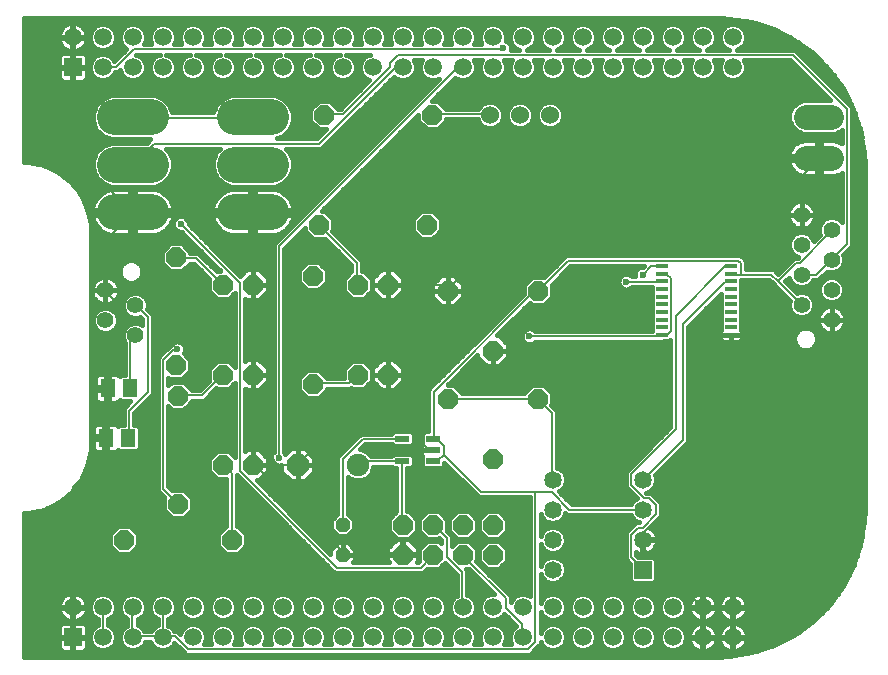
<source format=gtl>
G75*
%MOIN*%
%OFA0B0*%
%FSLAX24Y24*%
%IPPOS*%
%LPD*%
%AMOC8*
5,1,8,0,0,1.08239X$1,22.5*
%
%ADD10R,0.0591X0.0591*%
%ADD11C,0.0591*%
%ADD12R,0.0585X0.0585*%
%ADD13C,0.0585*%
%ADD14OC8,0.0660*%
%ADD15R,0.0390X0.0120*%
%ADD16R,0.0472X0.0217*%
%ADD17C,0.0750*%
%ADD18OC8,0.0750*%
%ADD19OC8,0.0480*%
%ADD20C,0.1185*%
%ADD21C,0.0560*%
%ADD22C,0.0600*%
%ADD23C,0.0840*%
%ADD24R,0.0512X0.0591*%
%ADD25C,0.0079*%
%ADD26C,0.0160*%
%ADD27C,0.0236*%
D10*
X010003Y010850D03*
X010003Y029850D03*
D11*
X011003Y029850D03*
X012003Y029850D03*
X013003Y029850D03*
X014003Y029850D03*
X015003Y029850D03*
X016003Y029850D03*
X017003Y029850D03*
X018003Y029850D03*
X019003Y029850D03*
X020003Y029850D03*
X021003Y029850D03*
X022003Y029850D03*
X023003Y029850D03*
X024003Y029850D03*
X025003Y029850D03*
X026003Y029850D03*
X027003Y029850D03*
X028003Y029850D03*
X029003Y029850D03*
X030003Y029850D03*
X031003Y029850D03*
X032003Y029850D03*
X032003Y030850D03*
X031003Y030850D03*
X030003Y030850D03*
X029003Y030850D03*
X028003Y030850D03*
X027003Y030850D03*
X026003Y030850D03*
X025003Y030850D03*
X024003Y030850D03*
X023003Y030850D03*
X022003Y030850D03*
X021003Y030850D03*
X020003Y030850D03*
X019003Y030850D03*
X018003Y030850D03*
X017003Y030850D03*
X016003Y030850D03*
X015003Y030850D03*
X014003Y030850D03*
X013003Y030850D03*
X012003Y030850D03*
X011003Y030850D03*
X010003Y030850D03*
X010003Y011850D03*
X011003Y011850D03*
X012003Y011850D03*
X013003Y011850D03*
X014003Y011850D03*
X015003Y011850D03*
X016003Y011850D03*
X017003Y011850D03*
X018003Y011850D03*
X019003Y011850D03*
X020003Y011850D03*
X021003Y011850D03*
X022003Y011850D03*
X023003Y011850D03*
X024003Y011850D03*
X025003Y011850D03*
X026003Y011850D03*
X027003Y011850D03*
X028003Y011850D03*
X029003Y011850D03*
X030003Y011850D03*
X031003Y011850D03*
X032003Y011850D03*
X032003Y010850D03*
X031003Y010850D03*
X030003Y010850D03*
X029003Y010850D03*
X028003Y010850D03*
X027003Y010850D03*
X026003Y010850D03*
X025003Y010850D03*
X024003Y010850D03*
X023003Y010850D03*
X022003Y010850D03*
X021003Y010850D03*
X020003Y010850D03*
X019003Y010850D03*
X018003Y010850D03*
X017003Y010850D03*
X016003Y010850D03*
X015003Y010850D03*
X014003Y010850D03*
X013003Y010850D03*
X012003Y010850D03*
X011003Y010850D03*
D12*
X029003Y013100D03*
D13*
X029003Y014100D03*
X029003Y015100D03*
X029003Y016100D03*
X026003Y016100D03*
X026003Y015100D03*
X026003Y014100D03*
X026003Y013100D03*
D14*
X024003Y013600D03*
X024003Y014600D03*
X023003Y014600D03*
X023003Y013600D03*
X022003Y013600D03*
X022003Y014600D03*
X021003Y014600D03*
X021003Y013600D03*
X024003Y016800D03*
X025503Y018800D03*
X024003Y020400D03*
X022503Y018800D03*
X020503Y019600D03*
X019503Y019600D03*
X018003Y019300D03*
X016003Y019600D03*
X015003Y019600D03*
X013444Y019914D03*
X013503Y018900D03*
X015003Y016600D03*
X016003Y016600D03*
X013503Y015300D03*
X015303Y014100D03*
X011703Y014100D03*
X015003Y022600D03*
X016003Y022600D03*
X018003Y022900D03*
X019503Y022600D03*
X020503Y022600D03*
X022503Y022400D03*
X021803Y024600D03*
X018203Y024600D03*
X018388Y028254D03*
X021988Y028254D03*
X025503Y022400D03*
X013444Y023514D03*
D15*
X029645Y023224D03*
X029645Y022968D03*
X029645Y022712D03*
X029645Y022456D03*
X029645Y022200D03*
X029645Y021944D03*
X029645Y021689D03*
X029645Y021433D03*
X029645Y021177D03*
X029645Y020921D03*
X031943Y020921D03*
X031943Y021177D03*
X031943Y021433D03*
X031943Y021689D03*
X031943Y021944D03*
X031943Y022200D03*
X031943Y022456D03*
X031943Y022712D03*
X031943Y022968D03*
X031943Y023224D03*
D16*
X022015Y017474D03*
X022015Y017100D03*
X022015Y016726D03*
X020991Y016726D03*
X020991Y017474D03*
D17*
X019503Y016600D03*
D18*
X017503Y016600D03*
D19*
X019003Y014600D03*
X019003Y013600D03*
D20*
X016595Y025020D02*
X015410Y025020D01*
X015410Y026600D02*
X016595Y026600D01*
X016595Y028180D02*
X015410Y028180D01*
X012595Y028180D02*
X011410Y028180D01*
X011410Y026600D02*
X012595Y026600D01*
X012595Y025020D02*
X011410Y025020D01*
D21*
X011086Y022411D03*
X012086Y021911D03*
X011086Y021411D03*
X012086Y020911D03*
X034294Y021935D03*
X034294Y022935D03*
X034294Y023935D03*
X034294Y024935D03*
X035294Y024435D03*
X035294Y023435D03*
X035294Y022435D03*
X035294Y021435D03*
D22*
X025908Y028257D03*
X024908Y028257D03*
X023908Y028257D03*
D23*
X034449Y028198D02*
X035289Y028198D01*
X035289Y026820D02*
X034449Y026820D01*
D24*
X011912Y019147D03*
X011164Y019147D03*
X011097Y017498D03*
X011845Y017498D03*
D25*
X011873Y017502D01*
X011873Y018407D01*
X012503Y019037D01*
X012503Y021517D01*
X012109Y021911D01*
X012086Y021911D01*
X011479Y021990D02*
X011086Y022383D01*
X011086Y022411D01*
X011086Y024076D01*
X011991Y024982D01*
X012003Y025020D01*
X012030Y025021D01*
X015967Y025021D01*
X016003Y025020D01*
X016007Y024982D01*
X016007Y022620D01*
X016003Y022600D01*
X016007Y022580D01*
X016007Y019628D01*
X016003Y019600D01*
X016007Y019588D01*
X016007Y016635D01*
X016003Y016600D01*
X016086Y016596D01*
X019038Y013643D01*
X019003Y013600D01*
X019038Y013604D01*
X020967Y013604D01*
X021003Y013600D01*
X021597Y013171D02*
X021991Y013565D01*
X022003Y013600D01*
X022463Y013525D02*
X022463Y014155D01*
X022030Y014588D01*
X022003Y014600D01*
X021003Y014600D02*
X020967Y014628D01*
X020967Y016675D01*
X020991Y016726D01*
X020967Y016714D01*
X019589Y016714D01*
X019511Y016635D01*
X019503Y016600D01*
X018999Y016793D02*
X018999Y014628D01*
X019003Y014600D01*
X018802Y013171D02*
X021597Y013171D01*
X022463Y013525D02*
X022975Y013013D01*
X022975Y011872D01*
X023003Y011850D01*
X024432Y011832D02*
X024432Y012147D01*
X023015Y013565D01*
X023003Y013600D01*
X023605Y015691D02*
X022365Y016931D01*
X022188Y016754D01*
X022030Y016754D01*
X022015Y016726D01*
X022015Y017100D02*
X021991Y017108D01*
X021873Y017108D01*
X020554Y018427D01*
X020534Y018407D01*
X019274Y018407D01*
X017503Y016635D01*
X017503Y016600D01*
X017503Y016596D01*
X016086Y016596D01*
X016007Y016596D01*
X016003Y016600D01*
X015574Y016399D02*
X018802Y013171D01*
X015303Y014100D02*
X015298Y014116D01*
X015298Y016320D01*
X015023Y016596D01*
X015003Y016600D01*
X015574Y016399D02*
X015574Y022659D01*
X013605Y024628D01*
X013444Y023514D02*
X013448Y023486D01*
X014117Y023486D01*
X015003Y022600D01*
X016873Y023880D02*
X016873Y016832D01*
X018999Y016793D02*
X019668Y017462D01*
X020967Y017462D01*
X020991Y017474D01*
X022015Y017474D02*
X022030Y017502D01*
X022030Y019037D01*
X025377Y022383D01*
X025495Y022383D01*
X025503Y022400D01*
X025534Y022423D01*
X026519Y023407D01*
X032188Y023407D01*
X032267Y023328D01*
X032267Y022935D01*
X031952Y022935D01*
X031943Y022968D01*
X031912Y023210D02*
X031943Y023224D01*
X031912Y023210D02*
X031755Y023210D01*
X030101Y021557D01*
X030101Y017777D01*
X028605Y016281D01*
X028605Y015927D01*
X029038Y015494D01*
X029196Y015494D01*
X029432Y015257D01*
X029432Y014943D01*
X028999Y014509D01*
X028841Y014509D01*
X028605Y014273D01*
X028605Y013525D01*
X028999Y013131D01*
X029003Y013100D01*
X029038Y013801D02*
X030967Y011872D01*
X031003Y011850D01*
X031007Y011832D01*
X031007Y010887D01*
X031003Y010850D01*
X031046Y010887D01*
X031991Y010887D01*
X032003Y010850D01*
X031991Y010927D01*
X031991Y011832D01*
X032003Y011850D01*
X029038Y013801D02*
X029038Y014076D01*
X029003Y014100D01*
X029038Y014116D01*
X029038Y014352D01*
X031912Y017226D01*
X031912Y020887D01*
X031943Y020921D01*
X031952Y020927D01*
X034078Y020927D01*
X034550Y021399D01*
X035259Y021399D01*
X035294Y021435D01*
X034294Y021935D02*
X034274Y021950D01*
X033507Y022718D01*
X034117Y023328D01*
X034235Y023328D01*
X035259Y024352D01*
X035259Y024431D01*
X035294Y024435D01*
X035810Y023958D02*
X035298Y023446D01*
X035294Y023435D01*
X035259Y023407D01*
X034786Y022935D01*
X034294Y022935D01*
X033507Y022718D02*
X033290Y022935D01*
X032267Y022935D01*
X031943Y022712D02*
X031912Y022698D01*
X031755Y022698D01*
X030337Y021281D01*
X030337Y017423D01*
X029038Y016124D01*
X029003Y016100D01*
X029003Y015100D02*
X026558Y015100D01*
X025967Y015691D01*
X025416Y015691D01*
X025416Y010691D01*
X025180Y010454D01*
X013841Y010454D01*
X013408Y010887D01*
X013054Y010887D01*
X013003Y010850D01*
X012975Y010887D01*
X012030Y010887D01*
X012003Y010850D01*
X011991Y010887D01*
X011991Y011832D01*
X012003Y011850D01*
X011007Y011832D02*
X011003Y011850D01*
X011007Y011832D02*
X011007Y010887D01*
X011003Y010850D01*
X010023Y010887D02*
X010023Y011832D01*
X010003Y011850D01*
X010023Y011872D01*
X010023Y015848D01*
X011086Y016911D01*
X011086Y017462D01*
X011097Y017498D01*
X011125Y017502D01*
X011125Y019076D01*
X011164Y019116D01*
X011164Y019147D01*
X011164Y020927D01*
X011479Y021242D01*
X011479Y021990D01*
X012086Y020911D02*
X012070Y020887D01*
X011912Y020730D01*
X011912Y019147D01*
X013015Y020100D02*
X013015Y015809D01*
X013487Y015336D01*
X013503Y015300D01*
X013003Y011850D02*
X013015Y011832D01*
X013015Y010887D01*
X013003Y010850D01*
X010023Y010887D02*
X010003Y010850D01*
X013503Y018900D02*
X013526Y018919D01*
X014314Y018919D01*
X014983Y019588D01*
X015003Y019600D01*
X013487Y020454D02*
X013369Y020454D01*
X013015Y020100D01*
X016873Y023880D02*
X022818Y029824D01*
X022975Y029824D01*
X023003Y029850D01*
X024314Y030454D02*
X024353Y030494D01*
X024314Y030454D02*
X012030Y030454D01*
X011440Y029864D01*
X011007Y029864D01*
X011003Y029850D01*
X010023Y029864D02*
X010023Y030848D01*
X010003Y030850D01*
X010023Y029864D02*
X010003Y029850D01*
X010023Y029824D01*
X010023Y026990D01*
X011991Y025021D01*
X012003Y025020D01*
X012003Y026600D02*
X012030Y026635D01*
X012700Y027305D01*
X018211Y027305D01*
X020731Y029824D01*
X020967Y029824D01*
X021003Y029850D01*
X020574Y029864D02*
X020574Y029982D01*
X020849Y030257D01*
X033999Y030257D01*
X035810Y028446D01*
X035810Y023958D01*
X034314Y024943D02*
X034294Y024935D01*
X034274Y024903D01*
X024944Y024903D01*
X022503Y022462D01*
X022503Y022400D01*
X022503Y022423D01*
X022345Y022580D01*
X020534Y022580D01*
X020503Y022600D01*
X020534Y022541D01*
X020534Y019628D01*
X020503Y019600D01*
X020534Y019588D01*
X020534Y018446D01*
X020554Y018427D01*
X019503Y019600D02*
X019471Y019588D01*
X019196Y019313D01*
X018015Y019313D01*
X018003Y019300D01*
X019503Y022600D02*
X019471Y022620D01*
X019471Y023328D01*
X018211Y024588D01*
X018203Y024600D01*
X016003Y028180D02*
X015967Y028171D01*
X012030Y028171D01*
X012003Y028180D01*
X018388Y028254D02*
X018408Y028289D01*
X018999Y028289D01*
X020574Y029864D01*
X021991Y028289D02*
X021988Y028254D01*
X021991Y028289D02*
X023881Y028289D01*
X023908Y028257D01*
X028999Y022935D02*
X029274Y023210D01*
X029629Y023210D01*
X029645Y023224D01*
X029645Y022968D02*
X029668Y022935D01*
X029826Y022935D01*
X029944Y022817D01*
X029944Y021045D01*
X029826Y020927D01*
X029668Y020927D01*
X029645Y020921D01*
X029629Y020887D01*
X025219Y020887D01*
X025495Y018801D02*
X025503Y018800D01*
X025534Y018761D01*
X025967Y018328D01*
X025967Y016124D01*
X026003Y016100D01*
X025416Y015691D02*
X023605Y015691D01*
X022385Y016950D02*
X022365Y016931D01*
X022385Y016950D02*
X022385Y017226D01*
X022149Y017462D01*
X022030Y017462D01*
X022015Y017474D01*
X022503Y018800D02*
X022503Y018801D01*
X025495Y018801D01*
X028448Y022698D02*
X029629Y022698D01*
X029645Y022712D01*
X034314Y024943D02*
X034314Y026242D01*
X034865Y026793D01*
X034869Y026820D01*
X024432Y011832D02*
X024983Y011281D01*
X024983Y010887D01*
X025003Y010850D01*
D26*
X008362Y010209D02*
X008362Y014991D01*
X008519Y014991D01*
X009037Y015109D01*
X009516Y015340D01*
X009931Y015671D01*
X009931Y015671D01*
X009931Y015671D01*
X010263Y016087D01*
X010263Y016087D01*
X010493Y016566D01*
X010612Y017084D01*
X010612Y017305D01*
X010612Y024616D01*
X010493Y025134D01*
X010263Y025613D01*
X009931Y026029D01*
X009516Y026360D01*
X009516Y026360D01*
X009037Y026591D01*
X009037Y026591D01*
X008519Y026709D01*
X008362Y026709D01*
X008362Y031491D01*
X031503Y031491D01*
X031887Y031476D01*
X032645Y031356D01*
X033375Y031119D01*
X034058Y030770D01*
X034679Y030319D01*
X035222Y029776D01*
X035673Y029156D01*
X036022Y028472D01*
X036259Y027742D01*
X036379Y026984D01*
X036394Y026600D01*
X036394Y015100D01*
X036379Y014716D01*
X036259Y013958D01*
X036022Y013228D01*
X035673Y012544D01*
X035222Y011924D01*
X034679Y011381D01*
X034058Y010930D01*
X033375Y010581D01*
X032645Y010344D01*
X031887Y010224D01*
X031503Y010209D01*
X008362Y010209D01*
X008362Y010244D02*
X032013Y010244D01*
X032021Y010375D02*
X032040Y010375D01*
X032114Y010386D01*
X032185Y010410D01*
X032252Y010444D01*
X032312Y010487D01*
X032365Y010540D01*
X032409Y010601D01*
X032443Y010668D01*
X032466Y010739D01*
X032478Y010813D01*
X032478Y010832D01*
X032021Y010832D01*
X032021Y010868D01*
X032478Y010868D01*
X032478Y010887D01*
X032466Y010961D01*
X032443Y011032D01*
X032409Y011099D01*
X032365Y011160D01*
X032312Y011213D01*
X032252Y011256D01*
X032185Y011290D01*
X032114Y011314D01*
X032040Y011325D01*
X032021Y011325D01*
X032021Y010868D01*
X031984Y010868D01*
X031984Y010832D01*
X031528Y010832D01*
X031528Y010813D01*
X031539Y010739D01*
X031562Y010668D01*
X031596Y010601D01*
X031640Y010540D01*
X031693Y010487D01*
X031754Y010444D01*
X031820Y010410D01*
X031892Y010386D01*
X031965Y010375D01*
X031984Y010375D01*
X031984Y010832D01*
X032021Y010832D01*
X032021Y010375D01*
X032021Y010403D02*
X031984Y010403D01*
X031842Y010403D02*
X031164Y010403D01*
X031185Y010410D02*
X031252Y010444D01*
X031312Y010487D01*
X031365Y010540D01*
X031409Y010601D01*
X031443Y010668D01*
X031466Y010739D01*
X031478Y010813D01*
X031478Y010832D01*
X031021Y010832D01*
X031021Y010868D01*
X031478Y010868D01*
X031478Y010887D01*
X031466Y010961D01*
X031443Y011032D01*
X031409Y011099D01*
X031365Y011160D01*
X031312Y011213D01*
X031252Y011256D01*
X031185Y011290D01*
X031114Y011314D01*
X031040Y011325D01*
X031021Y011325D01*
X031021Y010868D01*
X030984Y010868D01*
X030984Y010832D01*
X030528Y010832D01*
X030528Y010813D01*
X030539Y010739D01*
X030562Y010668D01*
X030596Y010601D01*
X030640Y010540D01*
X030693Y010487D01*
X030754Y010444D01*
X030820Y010410D01*
X030892Y010386D01*
X030965Y010375D01*
X030984Y010375D01*
X030984Y010832D01*
X031021Y010832D01*
X031021Y010375D01*
X031040Y010375D01*
X031114Y010386D01*
X031185Y010410D01*
X031021Y010403D02*
X030984Y010403D01*
X030842Y010403D02*
X025381Y010403D01*
X025490Y010512D02*
X025595Y010617D01*
X025595Y010700D01*
X025635Y010604D01*
X025757Y010482D01*
X025916Y010416D01*
X026089Y010416D01*
X026249Y010482D01*
X026371Y010604D01*
X026437Y010764D01*
X026437Y010936D01*
X026371Y011096D01*
X026249Y011218D01*
X026089Y011284D01*
X025916Y011284D01*
X025757Y011218D01*
X025635Y011096D01*
X025595Y010999D01*
X025595Y011700D01*
X025635Y011604D01*
X025757Y011482D01*
X025916Y011416D01*
X026089Y011416D01*
X026249Y011482D01*
X026371Y011604D01*
X026437Y011764D01*
X026437Y011936D01*
X026371Y012096D01*
X026249Y012218D01*
X026089Y012284D01*
X025916Y012284D01*
X025757Y012218D01*
X025635Y012096D01*
X025595Y011999D01*
X025595Y012958D01*
X025637Y012856D01*
X025758Y012734D01*
X025917Y012668D01*
X026089Y012668D01*
X026247Y012734D01*
X026369Y012856D01*
X026434Y013014D01*
X026434Y013186D01*
X026369Y013344D01*
X026247Y013466D01*
X026089Y013532D01*
X025917Y013532D01*
X025758Y013466D01*
X025637Y013344D01*
X025595Y013242D01*
X025595Y013958D01*
X025637Y013856D01*
X025758Y013734D01*
X025917Y013668D01*
X026089Y013668D01*
X026247Y013734D01*
X026369Y013856D01*
X026434Y014014D01*
X026434Y014186D01*
X026369Y014344D01*
X026247Y014466D01*
X026089Y014532D01*
X025917Y014532D01*
X025758Y014466D01*
X025637Y014344D01*
X025595Y014242D01*
X025595Y014958D01*
X025637Y014856D01*
X025758Y014734D01*
X025917Y014668D01*
X026089Y014668D01*
X026247Y014734D01*
X026369Y014856D01*
X026422Y014984D01*
X026484Y014922D01*
X028610Y014922D01*
X028637Y014856D01*
X028758Y014734D01*
X028870Y014688D01*
X028768Y014688D01*
X028531Y014452D01*
X028427Y014347D01*
X028427Y013451D01*
X028571Y013307D01*
X028571Y012750D01*
X028653Y012668D01*
X029353Y012668D01*
X029434Y012750D01*
X029434Y013450D01*
X029353Y013532D01*
X028851Y013532D01*
X028784Y013599D01*
X028784Y013681D01*
X028821Y013662D01*
X028892Y013639D01*
X028966Y013628D01*
X028985Y013627D01*
X028985Y014082D01*
X029020Y014082D01*
X029020Y013628D01*
X029040Y013628D01*
X029113Y013639D01*
X029184Y013662D01*
X029250Y013696D01*
X029311Y013740D01*
X029363Y013792D01*
X029407Y013852D01*
X029441Y013919D01*
X029464Y013989D01*
X029475Y014063D01*
X029475Y014082D01*
X029020Y014082D01*
X029020Y014118D01*
X029475Y014118D01*
X029475Y014137D01*
X029464Y014211D01*
X029441Y014281D01*
X029407Y014348D01*
X029363Y014408D01*
X029311Y014460D01*
X029250Y014504D01*
X029247Y014506D01*
X029610Y014869D01*
X029610Y015331D01*
X029506Y015436D01*
X029270Y015672D01*
X029112Y015672D01*
X029108Y015676D01*
X029247Y015734D01*
X029369Y015856D01*
X029434Y016014D01*
X029434Y016186D01*
X029410Y016244D01*
X030516Y017349D01*
X030516Y021207D01*
X031609Y022300D01*
X031609Y022083D01*
X031619Y022072D01*
X031609Y022062D01*
X031609Y021827D01*
X031619Y021817D01*
X031609Y021806D01*
X031609Y021571D01*
X031619Y021561D01*
X031609Y021550D01*
X031609Y021315D01*
X031619Y021305D01*
X031609Y021294D01*
X031609Y021096D01*
X031604Y021091D01*
X031580Y021050D01*
X031568Y021005D01*
X031568Y020921D01*
X031943Y020921D01*
X032318Y020921D01*
X032318Y021005D01*
X032306Y021050D01*
X032282Y021091D01*
X032277Y021096D01*
X032277Y021294D01*
X032267Y021305D01*
X032277Y021315D01*
X032277Y021550D01*
X032267Y021561D01*
X032277Y021571D01*
X032277Y021806D01*
X032267Y021817D01*
X032277Y021827D01*
X032277Y022062D01*
X032267Y022072D01*
X032277Y022083D01*
X032277Y022318D01*
X032267Y022328D01*
X032277Y022339D01*
X032277Y022574D01*
X032267Y022584D01*
X032277Y022595D01*
X032277Y022756D01*
X033216Y022756D01*
X033328Y022644D01*
X033433Y022540D01*
X033898Y022074D01*
X033875Y022018D01*
X033875Y021851D01*
X033939Y021697D01*
X034057Y021579D01*
X034211Y021516D01*
X034378Y021516D01*
X034532Y021579D01*
X034649Y021697D01*
X034713Y021851D01*
X034713Y022018D01*
X034649Y022172D01*
X034532Y022290D01*
X034378Y022354D01*
X034211Y022354D01*
X034149Y022328D01*
X033759Y022718D01*
X033880Y022839D01*
X033939Y022697D01*
X034057Y022579D01*
X034211Y022516D01*
X034378Y022516D01*
X034532Y022579D01*
X034649Y022697D01*
X034674Y022756D01*
X034860Y022756D01*
X035146Y023042D01*
X035211Y023016D01*
X035378Y023016D01*
X035532Y023079D01*
X035649Y023197D01*
X035713Y023351D01*
X035713Y023518D01*
X035687Y023583D01*
X035988Y023884D01*
X035988Y028520D01*
X035884Y028625D01*
X034073Y030436D01*
X032138Y030436D01*
X032249Y030482D01*
X032371Y030604D01*
X032437Y030764D01*
X032437Y030936D01*
X032371Y031096D01*
X032249Y031218D01*
X032089Y031284D01*
X031916Y031284D01*
X031757Y031218D01*
X031635Y031096D01*
X031569Y030936D01*
X031569Y030764D01*
X031635Y030604D01*
X031757Y030482D01*
X031868Y030436D01*
X031138Y030436D01*
X031249Y030482D01*
X031371Y030604D01*
X031437Y030764D01*
X031437Y030936D01*
X031371Y031096D01*
X031249Y031218D01*
X031089Y031284D01*
X030916Y031284D01*
X030757Y031218D01*
X030635Y031096D01*
X030569Y030936D01*
X030569Y030764D01*
X030635Y030604D01*
X030757Y030482D01*
X030868Y030436D01*
X030138Y030436D01*
X030249Y030482D01*
X030371Y030604D01*
X030437Y030764D01*
X030437Y030936D01*
X030371Y031096D01*
X030249Y031218D01*
X030089Y031284D01*
X029916Y031284D01*
X029757Y031218D01*
X029635Y031096D01*
X029569Y030936D01*
X029569Y030764D01*
X029635Y030604D01*
X029757Y030482D01*
X029868Y030436D01*
X029138Y030436D01*
X029249Y030482D01*
X029371Y030604D01*
X029437Y030764D01*
X029437Y030936D01*
X029371Y031096D01*
X029249Y031218D01*
X029089Y031284D01*
X028916Y031284D01*
X028757Y031218D01*
X028635Y031096D01*
X028569Y030936D01*
X028569Y030764D01*
X028635Y030604D01*
X028757Y030482D01*
X028868Y030436D01*
X028138Y030436D01*
X028249Y030482D01*
X028371Y030604D01*
X028437Y030764D01*
X028437Y030936D01*
X028371Y031096D01*
X028249Y031218D01*
X028089Y031284D01*
X027916Y031284D01*
X027757Y031218D01*
X027635Y031096D01*
X027569Y030936D01*
X027569Y030764D01*
X027635Y030604D01*
X027757Y030482D01*
X027868Y030436D01*
X027138Y030436D01*
X027249Y030482D01*
X027371Y030604D01*
X027437Y030764D01*
X027437Y030936D01*
X027371Y031096D01*
X027249Y031218D01*
X027089Y031284D01*
X026916Y031284D01*
X026757Y031218D01*
X026635Y031096D01*
X026569Y030936D01*
X026569Y030764D01*
X026635Y030604D01*
X026757Y030482D01*
X026868Y030436D01*
X026138Y030436D01*
X026249Y030482D01*
X026371Y030604D01*
X026437Y030764D01*
X026437Y030936D01*
X026371Y031096D01*
X026249Y031218D01*
X026089Y031284D01*
X025916Y031284D01*
X025757Y031218D01*
X025635Y031096D01*
X025569Y030936D01*
X025569Y030764D01*
X025635Y030604D01*
X025757Y030482D01*
X025868Y030436D01*
X025138Y030436D01*
X025249Y030482D01*
X025371Y030604D01*
X025437Y030764D01*
X025437Y030936D01*
X025371Y031096D01*
X025249Y031218D01*
X025089Y031284D01*
X024916Y031284D01*
X024757Y031218D01*
X024635Y031096D01*
X024569Y030936D01*
X024569Y030764D01*
X024635Y030604D01*
X024757Y030482D01*
X024868Y030436D01*
X024608Y030436D01*
X024610Y030443D01*
X024610Y030545D01*
X024571Y030639D01*
X024499Y030712D01*
X024428Y030741D01*
X024437Y030764D01*
X024437Y030936D01*
X024371Y031096D01*
X024249Y031218D01*
X024089Y031284D01*
X023916Y031284D01*
X023757Y031218D01*
X023635Y031096D01*
X023569Y030936D01*
X023569Y030764D01*
X023623Y030633D01*
X023383Y030633D01*
X023437Y030764D01*
X023437Y030936D01*
X023371Y031096D01*
X023249Y031218D01*
X023089Y031284D01*
X022916Y031284D01*
X022757Y031218D01*
X022635Y031096D01*
X022569Y030936D01*
X022569Y030764D01*
X022623Y030633D01*
X022383Y030633D01*
X022437Y030764D01*
X022437Y030936D01*
X022371Y031096D01*
X022249Y031218D01*
X022089Y031284D01*
X021916Y031284D01*
X021757Y031218D01*
X021635Y031096D01*
X021569Y030936D01*
X021569Y030764D01*
X021623Y030633D01*
X021383Y030633D01*
X021437Y030764D01*
X021437Y030936D01*
X021371Y031096D01*
X021249Y031218D01*
X021089Y031284D01*
X020916Y031284D01*
X020757Y031218D01*
X020635Y031096D01*
X020569Y030936D01*
X020569Y030764D01*
X020623Y030633D01*
X020383Y030633D01*
X020437Y030764D01*
X020437Y030936D01*
X020371Y031096D01*
X020249Y031218D01*
X020089Y031284D01*
X019916Y031284D01*
X019757Y031218D01*
X019635Y031096D01*
X019569Y030936D01*
X019569Y030764D01*
X019623Y030633D01*
X019383Y030633D01*
X019437Y030764D01*
X019437Y030936D01*
X019371Y031096D01*
X019249Y031218D01*
X019089Y031284D01*
X018916Y031284D01*
X018757Y031218D01*
X018635Y031096D01*
X018569Y030936D01*
X018569Y030764D01*
X018623Y030633D01*
X018383Y030633D01*
X018437Y030764D01*
X018437Y030936D01*
X018371Y031096D01*
X018249Y031218D01*
X018089Y031284D01*
X017916Y031284D01*
X017757Y031218D01*
X017635Y031096D01*
X017569Y030936D01*
X017569Y030764D01*
X017623Y030633D01*
X017383Y030633D01*
X017437Y030764D01*
X017437Y030936D01*
X017371Y031096D01*
X017249Y031218D01*
X017089Y031284D01*
X016916Y031284D01*
X016757Y031218D01*
X016635Y031096D01*
X016569Y030936D01*
X016569Y030764D01*
X016623Y030633D01*
X016383Y030633D01*
X016437Y030764D01*
X016437Y030936D01*
X016371Y031096D01*
X016249Y031218D01*
X016089Y031284D01*
X015916Y031284D01*
X015757Y031218D01*
X015635Y031096D01*
X015569Y030936D01*
X015569Y030764D01*
X015623Y030633D01*
X015383Y030633D01*
X015437Y030764D01*
X015437Y030936D01*
X015371Y031096D01*
X015249Y031218D01*
X015089Y031284D01*
X014916Y031284D01*
X014757Y031218D01*
X014635Y031096D01*
X014569Y030936D01*
X014569Y030764D01*
X014623Y030633D01*
X014383Y030633D01*
X014437Y030764D01*
X014437Y030936D01*
X014371Y031096D01*
X014249Y031218D01*
X014089Y031284D01*
X013916Y031284D01*
X013757Y031218D01*
X013635Y031096D01*
X013569Y030936D01*
X013569Y030764D01*
X013623Y030633D01*
X013383Y030633D01*
X013437Y030764D01*
X013437Y030936D01*
X013371Y031096D01*
X013249Y031218D01*
X013089Y031284D01*
X012916Y031284D01*
X012757Y031218D01*
X012635Y031096D01*
X012569Y030936D01*
X012569Y030764D01*
X012623Y030633D01*
X012383Y030633D01*
X012437Y030764D01*
X012437Y030936D01*
X012371Y031096D01*
X012249Y031218D01*
X012089Y031284D01*
X011916Y031284D01*
X011757Y031218D01*
X011635Y031096D01*
X011569Y030936D01*
X011569Y030764D01*
X011635Y030604D01*
X011757Y030482D01*
X011791Y030468D01*
X011385Y030062D01*
X011371Y030096D01*
X011249Y030218D01*
X011089Y030284D01*
X010916Y030284D01*
X010757Y030218D01*
X010635Y030096D01*
X010569Y029936D01*
X010569Y029764D01*
X010635Y029604D01*
X010757Y029482D01*
X010916Y029416D01*
X011089Y029416D01*
X011249Y029482D01*
X011371Y029604D01*
X011405Y029685D01*
X011514Y029685D01*
X011575Y029747D01*
X011635Y029604D01*
X011757Y029482D01*
X011916Y029416D01*
X012089Y029416D01*
X012249Y029482D01*
X012371Y029604D01*
X012437Y029764D01*
X012437Y029936D01*
X012371Y030096D01*
X012249Y030218D01*
X012110Y030276D01*
X012896Y030276D01*
X012757Y030218D01*
X012635Y030096D01*
X012569Y029936D01*
X012569Y029764D01*
X012635Y029604D01*
X012757Y029482D01*
X012916Y029416D01*
X013089Y029416D01*
X013249Y029482D01*
X013371Y029604D01*
X013437Y029764D01*
X013437Y029936D01*
X013371Y030096D01*
X013249Y030218D01*
X013110Y030276D01*
X013896Y030276D01*
X013757Y030218D01*
X013635Y030096D01*
X013569Y029936D01*
X013569Y029764D01*
X013635Y029604D01*
X013757Y029482D01*
X013916Y029416D01*
X014089Y029416D01*
X014249Y029482D01*
X014371Y029604D01*
X014437Y029764D01*
X014437Y029936D01*
X014371Y030096D01*
X014249Y030218D01*
X014110Y030276D01*
X014896Y030276D01*
X014757Y030218D01*
X014635Y030096D01*
X014569Y029936D01*
X014569Y029764D01*
X014635Y029604D01*
X014757Y029482D01*
X014916Y029416D01*
X015089Y029416D01*
X015249Y029482D01*
X015371Y029604D01*
X015437Y029764D01*
X015437Y029936D01*
X015371Y030096D01*
X015249Y030218D01*
X015110Y030276D01*
X015896Y030276D01*
X015757Y030218D01*
X015635Y030096D01*
X015569Y029936D01*
X015569Y029764D01*
X015635Y029604D01*
X015757Y029482D01*
X015916Y029416D01*
X016089Y029416D01*
X016249Y029482D01*
X016371Y029604D01*
X016437Y029764D01*
X016437Y029936D01*
X016371Y030096D01*
X016249Y030218D01*
X016110Y030276D01*
X016896Y030276D01*
X016757Y030218D01*
X016635Y030096D01*
X016569Y029936D01*
X016569Y029764D01*
X016635Y029604D01*
X016757Y029482D01*
X016916Y029416D01*
X017089Y029416D01*
X017249Y029482D01*
X017371Y029604D01*
X017437Y029764D01*
X017437Y029936D01*
X017371Y030096D01*
X017249Y030218D01*
X017110Y030276D01*
X017896Y030276D01*
X017757Y030218D01*
X017635Y030096D01*
X017569Y029936D01*
X017569Y029764D01*
X017635Y029604D01*
X017757Y029482D01*
X017916Y029416D01*
X018089Y029416D01*
X018249Y029482D01*
X018371Y029604D01*
X018437Y029764D01*
X018437Y029936D01*
X018371Y030096D01*
X018249Y030218D01*
X018110Y030276D01*
X018896Y030276D01*
X018757Y030218D01*
X018635Y030096D01*
X018569Y029936D01*
X018569Y029764D01*
X018635Y029604D01*
X018757Y029482D01*
X018916Y029416D01*
X019089Y029416D01*
X019249Y029482D01*
X019371Y029604D01*
X019437Y029764D01*
X019437Y029936D01*
X019371Y030096D01*
X019249Y030218D01*
X019110Y030276D01*
X019896Y030276D01*
X019757Y030218D01*
X019635Y030096D01*
X019569Y029936D01*
X019569Y029764D01*
X019635Y029604D01*
X019757Y029482D01*
X019886Y029428D01*
X018925Y028467D01*
X018837Y028467D01*
X018582Y028723D01*
X018194Y028723D01*
X017919Y028448D01*
X017919Y028059D01*
X018194Y027784D01*
X018439Y027784D01*
X018138Y027483D01*
X016825Y027483D01*
X017010Y027560D01*
X017216Y027766D01*
X017327Y028034D01*
X017327Y028326D01*
X017216Y028594D01*
X017010Y028800D01*
X016741Y028912D01*
X015265Y028912D01*
X014996Y028800D01*
X014790Y028594D01*
X014689Y028349D01*
X013317Y028349D01*
X013216Y028594D01*
X013010Y028800D01*
X012741Y028912D01*
X011265Y028912D01*
X010996Y028800D01*
X010790Y028594D01*
X010679Y028326D01*
X010679Y028034D01*
X010790Y027766D01*
X010996Y027560D01*
X011265Y027448D01*
X012591Y027448D01*
X012474Y027332D01*
X011265Y027332D01*
X010996Y027220D01*
X010790Y027014D01*
X010679Y026746D01*
X010679Y026454D01*
X010790Y026186D01*
X010996Y025980D01*
X011265Y025868D01*
X012741Y025868D01*
X013010Y025980D01*
X013216Y026186D01*
X013327Y026454D01*
X013327Y026746D01*
X013216Y027014D01*
X013104Y027126D01*
X014902Y027126D01*
X014790Y027014D01*
X014679Y026746D01*
X014679Y026454D01*
X014790Y026186D01*
X014996Y025980D01*
X015265Y025868D01*
X016741Y025868D01*
X017010Y025980D01*
X017216Y026186D01*
X017327Y026454D01*
X017327Y026746D01*
X017216Y027014D01*
X017104Y027126D01*
X018285Y027126D01*
X018390Y027231D01*
X020699Y029540D01*
X020757Y029482D01*
X020916Y029416D01*
X021089Y029416D01*
X021249Y029482D01*
X021371Y029604D01*
X021437Y029764D01*
X021437Y029936D01*
X021378Y030079D01*
X021628Y030079D01*
X021569Y029936D01*
X021569Y029764D01*
X021635Y029604D01*
X021757Y029482D01*
X021916Y029416D01*
X022089Y029416D01*
X022204Y029463D01*
X016799Y024058D01*
X016694Y023953D01*
X016694Y017018D01*
X016655Y016978D01*
X016616Y016883D01*
X016616Y016781D01*
X016655Y016687D01*
X016727Y016614D01*
X016822Y016575D01*
X016924Y016575D01*
X016948Y016585D01*
X016948Y016370D01*
X017273Y016045D01*
X017503Y016045D01*
X017733Y016045D01*
X018058Y016370D01*
X018058Y016600D01*
X018058Y016830D01*
X017733Y017155D01*
X017503Y017155D01*
X017503Y016600D01*
X018058Y016600D01*
X017503Y016600D01*
X017503Y016600D01*
X017503Y016600D01*
X017503Y016045D01*
X017503Y016600D01*
X017503Y016600D01*
X017503Y017155D01*
X017273Y017155D01*
X017092Y016974D01*
X017091Y016978D01*
X017051Y017018D01*
X017051Y023806D01*
X017734Y024488D01*
X017734Y024406D01*
X018009Y024131D01*
X018397Y024131D01*
X018407Y024141D01*
X019293Y023254D01*
X019293Y023053D01*
X019034Y022794D01*
X019034Y022406D01*
X019309Y022131D01*
X019697Y022131D01*
X019972Y022406D01*
X019972Y022794D01*
X019697Y023069D01*
X019650Y023069D01*
X019650Y023402D01*
X018659Y024393D01*
X018672Y024406D01*
X018672Y024794D01*
X018397Y025069D01*
X018315Y025069D01*
X021519Y028273D01*
X021519Y028059D01*
X021794Y027784D01*
X022182Y027784D01*
X022457Y028059D01*
X022457Y028111D01*
X023494Y028111D01*
X023536Y028009D01*
X023660Y027885D01*
X023821Y027818D01*
X023996Y027818D01*
X024157Y027885D01*
X024281Y028009D01*
X024347Y028170D01*
X024347Y028345D01*
X024281Y028506D01*
X024157Y028630D01*
X023996Y028697D01*
X023821Y028697D01*
X023660Y028630D01*
X023536Y028506D01*
X023520Y028467D01*
X022437Y028467D01*
X022182Y028723D01*
X021968Y028723D01*
X022742Y029496D01*
X022757Y029482D01*
X022916Y029416D01*
X023089Y029416D01*
X023249Y029482D01*
X023371Y029604D01*
X023437Y029764D01*
X023437Y029936D01*
X023378Y030079D01*
X023628Y030079D01*
X023569Y029936D01*
X023569Y029764D01*
X023635Y029604D01*
X023757Y029482D01*
X023916Y029416D01*
X024089Y029416D01*
X024249Y029482D01*
X024371Y029604D01*
X024437Y029764D01*
X024437Y029936D01*
X024378Y030079D01*
X024628Y030079D01*
X024569Y029936D01*
X024569Y029764D01*
X024635Y029604D01*
X024757Y029482D01*
X024916Y029416D01*
X025089Y029416D01*
X025249Y029482D01*
X025371Y029604D01*
X025437Y029764D01*
X025437Y029936D01*
X025378Y030079D01*
X025628Y030079D01*
X025569Y029936D01*
X025569Y029764D01*
X025635Y029604D01*
X025757Y029482D01*
X025916Y029416D01*
X026089Y029416D01*
X026249Y029482D01*
X026371Y029604D01*
X026437Y029764D01*
X026437Y029936D01*
X026378Y030079D01*
X026628Y030079D01*
X026569Y029936D01*
X026569Y029764D01*
X026635Y029604D01*
X026757Y029482D01*
X026916Y029416D01*
X027089Y029416D01*
X027249Y029482D01*
X027371Y029604D01*
X027437Y029764D01*
X027437Y029936D01*
X027378Y030079D01*
X027628Y030079D01*
X027569Y029936D01*
X027569Y029764D01*
X027635Y029604D01*
X027757Y029482D01*
X027916Y029416D01*
X028089Y029416D01*
X028249Y029482D01*
X028371Y029604D01*
X028437Y029764D01*
X028437Y029936D01*
X028378Y030079D01*
X028628Y030079D01*
X028569Y029936D01*
X028569Y029764D01*
X028635Y029604D01*
X028757Y029482D01*
X028916Y029416D01*
X029089Y029416D01*
X029249Y029482D01*
X029371Y029604D01*
X029437Y029764D01*
X029437Y029936D01*
X029378Y030079D01*
X029628Y030079D01*
X029569Y029936D01*
X029569Y029764D01*
X029635Y029604D01*
X029757Y029482D01*
X029916Y029416D01*
X030089Y029416D01*
X030249Y029482D01*
X030371Y029604D01*
X030437Y029764D01*
X030437Y029936D01*
X030378Y030079D01*
X030628Y030079D01*
X030569Y029936D01*
X030569Y029764D01*
X030635Y029604D01*
X030757Y029482D01*
X030916Y029416D01*
X031089Y029416D01*
X031249Y029482D01*
X031371Y029604D01*
X031437Y029764D01*
X031437Y029936D01*
X031378Y030079D01*
X031628Y030079D01*
X031569Y029936D01*
X031569Y029764D01*
X031635Y029604D01*
X031757Y029482D01*
X031916Y029416D01*
X032089Y029416D01*
X032249Y029482D01*
X032371Y029604D01*
X032437Y029764D01*
X032437Y029936D01*
X032378Y030079D01*
X033925Y030079D01*
X035247Y028757D01*
X034338Y028757D01*
X034132Y028672D01*
X033975Y028515D01*
X033890Y028310D01*
X033890Y028087D01*
X033975Y027882D01*
X034132Y027724D01*
X034338Y027639D01*
X035400Y027639D01*
X035606Y027724D01*
X035631Y027750D01*
X035631Y027313D01*
X035603Y027334D01*
X035519Y027377D01*
X035429Y027406D01*
X035336Y027420D01*
X034929Y027420D01*
X034929Y026880D01*
X034809Y026880D01*
X034809Y026760D01*
X034929Y026760D01*
X034929Y026220D01*
X035336Y026220D01*
X035429Y026235D01*
X035519Y026264D01*
X035603Y026307D01*
X035631Y026328D01*
X035631Y024690D01*
X035532Y024790D01*
X035378Y024854D01*
X035211Y024854D01*
X035057Y024790D01*
X034939Y024672D01*
X034875Y024518D01*
X034875Y024351D01*
X034913Y024259D01*
X034701Y024047D01*
X034649Y024172D01*
X034532Y024290D01*
X034378Y024354D01*
X034211Y024354D01*
X034057Y024290D01*
X033939Y024172D01*
X033875Y024018D01*
X033875Y023851D01*
X033939Y023697D01*
X034057Y023579D01*
X034182Y023528D01*
X034161Y023507D01*
X034043Y023507D01*
X033507Y022970D01*
X033364Y023113D01*
X032445Y023113D01*
X032445Y023402D01*
X032366Y023481D01*
X032262Y023586D01*
X026445Y023586D01*
X025713Y022854D01*
X025697Y022869D01*
X025309Y022869D01*
X025034Y022594D01*
X025034Y022293D01*
X021852Y019111D01*
X021852Y017721D01*
X021721Y017721D01*
X021639Y017640D01*
X021639Y017324D01*
X021634Y017319D01*
X021611Y017278D01*
X021598Y017232D01*
X021598Y017100D01*
X021598Y016968D01*
X021611Y016922D01*
X021634Y016881D01*
X021639Y016876D01*
X021639Y016560D01*
X021721Y016479D01*
X022309Y016479D01*
X022390Y016560D01*
X022390Y016653D01*
X023531Y015512D01*
X025238Y015512D01*
X025238Y012223D01*
X025089Y012284D01*
X024916Y012284D01*
X024757Y012218D01*
X024635Y012096D01*
X024610Y012038D01*
X024610Y012221D01*
X023449Y013383D01*
X023472Y013406D01*
X023472Y013794D01*
X023197Y014069D01*
X022809Y014069D01*
X022642Y013902D01*
X022642Y014229D01*
X022469Y014402D01*
X022472Y014406D01*
X022472Y014794D01*
X022197Y015069D01*
X021809Y015069D01*
X021534Y014794D01*
X021534Y014406D01*
X021809Y014131D01*
X022197Y014131D01*
X022216Y014150D01*
X022285Y014081D01*
X022285Y013981D01*
X022197Y014069D01*
X021809Y014069D01*
X021534Y013794D01*
X021534Y013406D01*
X021557Y013383D01*
X021523Y013349D01*
X021473Y013349D01*
X021513Y013389D01*
X021513Y013580D01*
X021023Y013580D01*
X021023Y013620D01*
X021513Y013620D01*
X021513Y013811D01*
X021214Y014110D01*
X021023Y014110D01*
X021023Y013620D01*
X020983Y013620D01*
X020983Y014110D01*
X020792Y014110D01*
X020493Y013811D01*
X020493Y013620D01*
X020983Y013620D01*
X020983Y013580D01*
X020493Y013580D01*
X020493Y013389D01*
X020532Y013349D01*
X019346Y013349D01*
X019423Y013426D01*
X019423Y013600D01*
X019423Y013774D01*
X019177Y014020D01*
X019003Y014020D01*
X019003Y013600D01*
X019423Y013600D01*
X019003Y013600D01*
X019003Y013600D01*
X019003Y013600D01*
X019003Y014020D01*
X018829Y014020D01*
X018583Y013774D01*
X018583Y013642D01*
X016135Y016090D01*
X016214Y016090D01*
X016513Y016389D01*
X016513Y016600D01*
X016513Y016811D01*
X016214Y017110D01*
X016003Y017110D01*
X016003Y016600D01*
X016513Y016600D01*
X016003Y016600D01*
X016003Y016600D01*
X016003Y016600D01*
X016003Y017110D01*
X015792Y017110D01*
X015752Y017071D01*
X015752Y019129D01*
X015792Y019090D01*
X016003Y019090D01*
X016214Y019090D01*
X016513Y019389D01*
X016513Y019600D01*
X016513Y019811D01*
X016214Y020110D01*
X016003Y020110D01*
X016003Y019600D01*
X016513Y019600D01*
X016003Y019600D01*
X016003Y019600D01*
X016003Y019600D01*
X016003Y019090D01*
X016003Y019600D01*
X016003Y019600D01*
X016003Y020110D01*
X015792Y020110D01*
X015752Y020071D01*
X015753Y020071D01*
X015752Y020071D02*
X015752Y022129D01*
X015792Y022090D01*
X016003Y022090D01*
X016214Y022090D01*
X016513Y022389D01*
X016513Y022600D01*
X016513Y022811D01*
X016214Y023110D01*
X016003Y023110D01*
X016003Y022600D01*
X016513Y022600D01*
X016003Y022600D01*
X016003Y022600D01*
X016003Y022600D01*
X016003Y022090D01*
X016003Y022600D01*
X016003Y022600D01*
X016003Y023110D01*
X015792Y023110D01*
X015583Y022902D01*
X013862Y024623D01*
X013862Y024679D01*
X013823Y024773D01*
X013751Y024846D01*
X013656Y024885D01*
X013554Y024885D01*
X013460Y024846D01*
X013387Y024773D01*
X013348Y024679D01*
X013348Y024576D01*
X013387Y024482D01*
X013460Y024410D01*
X013554Y024370D01*
X013610Y024370D01*
X014911Y023069D01*
X014809Y023069D01*
X014797Y023058D01*
X014191Y023664D01*
X013913Y023664D01*
X013913Y023708D01*
X013638Y023983D01*
X013249Y023983D01*
X012975Y023708D01*
X012975Y023320D01*
X013249Y023045D01*
X013638Y023045D01*
X013900Y023307D01*
X014043Y023307D01*
X014545Y022806D01*
X014534Y022794D01*
X014534Y022406D01*
X014809Y022131D01*
X015197Y022131D01*
X015395Y022329D01*
X015395Y019871D01*
X015197Y020069D01*
X014809Y020069D01*
X014534Y019794D01*
X014534Y019406D01*
X014541Y019398D01*
X014240Y019097D01*
X013969Y019097D01*
X013697Y019369D01*
X013309Y019369D01*
X013193Y019254D01*
X013193Y019502D01*
X013249Y019445D01*
X013638Y019445D01*
X013913Y019720D01*
X013913Y020108D01*
X013707Y020314D01*
X013744Y020403D01*
X013744Y020505D01*
X013705Y020600D01*
X013633Y020672D01*
X013538Y020711D01*
X013436Y020711D01*
X013341Y020672D01*
X013302Y020633D01*
X013295Y020633D01*
X012941Y020278D01*
X012836Y020174D01*
X012836Y015735D01*
X012941Y015630D01*
X013055Y015516D01*
X013034Y015494D01*
X013034Y015106D01*
X013309Y014831D01*
X013697Y014831D01*
X013972Y015106D01*
X013972Y015494D01*
X013697Y015769D01*
X013309Y015769D01*
X013308Y015768D01*
X013193Y015883D01*
X013193Y018546D01*
X013309Y018431D01*
X013697Y018431D01*
X013972Y018706D01*
X013972Y018740D01*
X014388Y018740D01*
X014793Y019146D01*
X014809Y019131D01*
X015197Y019131D01*
X015395Y019329D01*
X015395Y016871D01*
X015197Y017069D01*
X014809Y017069D01*
X014534Y016794D01*
X014534Y016406D01*
X014809Y016131D01*
X015120Y016131D01*
X015120Y014569D01*
X015109Y014569D01*
X014834Y014294D01*
X014834Y013906D01*
X015109Y013631D01*
X015497Y013631D01*
X015772Y013906D01*
X015772Y014294D01*
X015497Y014569D01*
X015477Y014569D01*
X015477Y016244D01*
X018624Y013097D01*
X018728Y012992D01*
X021671Y012992D01*
X021810Y013131D01*
X022197Y013131D01*
X022401Y013335D01*
X022797Y012939D01*
X008362Y012939D01*
X008362Y013097D02*
X018624Y013097D01*
X018465Y013256D02*
X008362Y013256D01*
X008362Y013414D02*
X018307Y013414D01*
X018148Y013573D02*
X008362Y013573D01*
X008362Y013731D02*
X011408Y013731D01*
X011509Y013631D02*
X011897Y013631D01*
X012172Y013906D01*
X012172Y014294D01*
X011897Y014569D01*
X011509Y014569D01*
X011234Y014294D01*
X011234Y013906D01*
X011509Y013631D01*
X011250Y013890D02*
X008362Y013890D01*
X008362Y014048D02*
X011234Y014048D01*
X011234Y014207D02*
X008362Y014207D01*
X008362Y014365D02*
X011305Y014365D01*
X011463Y014524D02*
X008362Y014524D01*
X008362Y014682D02*
X015120Y014682D01*
X015120Y014841D02*
X013707Y014841D01*
X013865Y014999D02*
X015120Y014999D01*
X015120Y015158D02*
X013972Y015158D01*
X013972Y015316D02*
X015120Y015316D01*
X015120Y015475D02*
X013972Y015475D01*
X013833Y015633D02*
X015120Y015633D01*
X015120Y015792D02*
X013284Y015792D01*
X013193Y015950D02*
X015120Y015950D01*
X015120Y016109D02*
X013193Y016109D01*
X013193Y016267D02*
X014672Y016267D01*
X014534Y016426D02*
X013193Y016426D01*
X013193Y016584D02*
X014534Y016584D01*
X014534Y016743D02*
X013193Y016743D01*
X013193Y016901D02*
X014641Y016901D01*
X014799Y017060D02*
X013193Y017060D01*
X013193Y017218D02*
X015395Y017218D01*
X015395Y017060D02*
X015207Y017060D01*
X015365Y016901D02*
X015395Y016901D01*
X015395Y017377D02*
X013193Y017377D01*
X013193Y017535D02*
X015395Y017535D01*
X015395Y017694D02*
X013193Y017694D01*
X013193Y017852D02*
X015395Y017852D01*
X015395Y018011D02*
X013193Y018011D01*
X013193Y018169D02*
X015395Y018169D01*
X015395Y018328D02*
X013193Y018328D01*
X013193Y018486D02*
X013253Y018486D01*
X012836Y018486D02*
X012204Y018486D01*
X012051Y018333D02*
X012051Y017932D01*
X012159Y017932D01*
X012240Y017851D01*
X012240Y017145D01*
X012159Y017063D01*
X011532Y017063D01*
X011499Y017096D01*
X011497Y017092D01*
X011464Y017058D01*
X011423Y017035D01*
X011377Y017022D01*
X011145Y017022D01*
X011145Y017450D01*
X011049Y017450D01*
X010661Y017450D01*
X010661Y017179D01*
X010674Y017133D01*
X010697Y017092D01*
X010731Y017058D01*
X010772Y017035D01*
X010818Y017022D01*
X011049Y017022D01*
X011049Y017450D01*
X011049Y017546D01*
X011049Y017973D01*
X010818Y017973D01*
X010772Y017961D01*
X010731Y017937D01*
X010697Y017903D01*
X010674Y017862D01*
X010661Y017817D01*
X010661Y017546D01*
X011049Y017546D01*
X011145Y017546D01*
X011145Y017973D01*
X011377Y017973D01*
X011423Y017961D01*
X011464Y017937D01*
X011497Y017903D01*
X011499Y017900D01*
X011532Y017932D01*
X011694Y017932D01*
X011694Y018481D01*
X011926Y018713D01*
X011599Y018713D01*
X011566Y018745D01*
X011564Y018741D01*
X011531Y018708D01*
X011490Y018684D01*
X011444Y018672D01*
X011212Y018672D01*
X011212Y019099D01*
X011116Y019099D01*
X011116Y018672D01*
X010885Y018672D01*
X010839Y018684D01*
X010798Y018708D01*
X010764Y018741D01*
X010741Y018782D01*
X010728Y018828D01*
X010728Y019099D01*
X011116Y019099D01*
X011116Y019195D01*
X010728Y019195D01*
X010728Y019466D01*
X010741Y019512D01*
X010764Y019553D01*
X010798Y019587D01*
X010839Y019610D01*
X010885Y019623D01*
X011116Y019623D01*
X011116Y019195D01*
X011212Y019195D01*
X011212Y019623D01*
X011444Y019623D01*
X011490Y019610D01*
X011531Y019587D01*
X011564Y019553D01*
X011566Y019549D01*
X011599Y019582D01*
X011734Y019582D01*
X011734Y020670D01*
X011730Y020674D01*
X011666Y020828D01*
X011666Y020994D01*
X011730Y021148D01*
X011848Y021266D01*
X012002Y021330D01*
X012169Y021330D01*
X012323Y021266D01*
X012324Y021265D01*
X012324Y021443D01*
X012245Y021523D01*
X012169Y021492D01*
X012002Y021492D01*
X011848Y021556D01*
X011730Y021674D01*
X011666Y021828D01*
X011666Y021994D01*
X011730Y022148D01*
X011848Y022266D01*
X012002Y022330D01*
X012169Y022330D01*
X012323Y022266D01*
X012441Y022148D01*
X012505Y021994D01*
X012505Y021828D01*
X012487Y021785D01*
X012681Y021591D01*
X012681Y018963D01*
X012577Y018859D01*
X012051Y018333D01*
X012051Y018328D02*
X012836Y018328D01*
X012836Y018169D02*
X012051Y018169D01*
X012051Y018011D02*
X012836Y018011D01*
X012836Y017852D02*
X012239Y017852D01*
X012240Y017694D02*
X012836Y017694D01*
X012836Y017535D02*
X012240Y017535D01*
X012240Y017377D02*
X012836Y017377D01*
X012836Y017218D02*
X012240Y017218D01*
X012836Y017060D02*
X011465Y017060D01*
X011145Y017060D02*
X011049Y017060D01*
X011049Y017218D02*
X011145Y017218D01*
X011145Y017377D02*
X011049Y017377D01*
X011049Y017535D02*
X010612Y017535D01*
X010612Y017377D02*
X010661Y017377D01*
X010661Y017218D02*
X010612Y017218D01*
X010606Y017060D02*
X010730Y017060D01*
X010570Y016901D02*
X012836Y016901D01*
X012836Y016743D02*
X010534Y016743D01*
X010498Y016584D02*
X012836Y016584D01*
X012836Y016426D02*
X010426Y016426D01*
X010493Y016566D02*
X010493Y016566D01*
X010350Y016267D02*
X012836Y016267D01*
X012836Y016109D02*
X010273Y016109D01*
X010154Y015950D02*
X012836Y015950D01*
X012836Y015792D02*
X010027Y015792D01*
X009883Y015633D02*
X012938Y015633D01*
X012941Y015630D02*
X012941Y015630D01*
X013034Y015475D02*
X009685Y015475D01*
X009516Y015340D02*
X009516Y015340D01*
X009466Y015316D02*
X013034Y015316D01*
X013034Y015158D02*
X009137Y015158D01*
X009037Y015109D02*
X009037Y015109D01*
X008553Y014999D02*
X013140Y014999D01*
X013299Y014841D02*
X008362Y014841D01*
X008362Y012780D02*
X022797Y012780D01*
X022797Y012622D02*
X008362Y012622D01*
X008362Y012463D02*
X022797Y012463D01*
X022797Y012305D02*
X010142Y012305D01*
X010114Y012314D02*
X010040Y012325D01*
X010021Y012325D01*
X010021Y011868D01*
X010478Y011868D01*
X010478Y011887D01*
X010466Y011961D01*
X010443Y012032D01*
X010409Y012099D01*
X010365Y012160D01*
X010312Y012213D01*
X010252Y012256D01*
X010185Y012290D01*
X010114Y012314D01*
X010021Y012305D02*
X009984Y012305D01*
X009984Y012325D02*
X009965Y012325D01*
X009892Y012314D01*
X009820Y012290D01*
X009754Y012256D01*
X009693Y012213D01*
X009640Y012160D01*
X009596Y012099D01*
X009562Y012032D01*
X009539Y011961D01*
X009528Y011887D01*
X009528Y011868D01*
X009984Y011868D01*
X009984Y011832D01*
X009528Y011832D01*
X009528Y011813D01*
X009539Y011739D01*
X009562Y011668D01*
X009596Y011601D01*
X009640Y011540D01*
X009693Y011487D01*
X009754Y011444D01*
X009820Y011410D01*
X009892Y011386D01*
X009965Y011375D01*
X009984Y011375D01*
X009984Y011832D01*
X010021Y011832D01*
X010021Y011868D01*
X009984Y011868D01*
X009984Y012325D01*
X009864Y012305D02*
X008362Y012305D01*
X008362Y012146D02*
X009630Y012146D01*
X009548Y011988D02*
X008362Y011988D01*
X008362Y011829D02*
X009528Y011829D01*
X009561Y011671D02*
X008362Y011671D01*
X008362Y011512D02*
X009669Y011512D01*
X009684Y011325D02*
X009638Y011313D01*
X009597Y011289D01*
X009564Y011256D01*
X009540Y011215D01*
X009528Y011169D01*
X009528Y010868D01*
X009984Y010868D01*
X009984Y010832D01*
X009528Y010832D01*
X009528Y010531D01*
X009540Y010485D01*
X009564Y010444D01*
X009597Y010411D01*
X009638Y010387D01*
X009684Y010375D01*
X009984Y010375D01*
X009984Y010832D01*
X010021Y010832D01*
X010021Y010868D01*
X010478Y010868D01*
X010478Y011169D01*
X010466Y011215D01*
X010442Y011256D01*
X010409Y011289D01*
X010368Y011313D01*
X010322Y011325D01*
X010021Y011325D01*
X010021Y010868D01*
X009984Y010868D01*
X009984Y011325D01*
X009684Y011325D01*
X009535Y011195D02*
X008362Y011195D01*
X008362Y011037D02*
X009528Y011037D01*
X009528Y010878D02*
X008362Y010878D01*
X008362Y010720D02*
X009528Y010720D01*
X009528Y010561D02*
X008362Y010561D01*
X008362Y010403D02*
X009611Y010403D01*
X009984Y010403D02*
X010021Y010403D01*
X010021Y010375D02*
X010322Y010375D01*
X010368Y010387D01*
X010409Y010411D01*
X010442Y010444D01*
X010466Y010485D01*
X010478Y010531D01*
X010478Y010832D01*
X010021Y010832D01*
X010021Y010375D01*
X010021Y010561D02*
X009984Y010561D01*
X009984Y010720D02*
X010021Y010720D01*
X010021Y010878D02*
X009984Y010878D01*
X009984Y011037D02*
X010021Y011037D01*
X010021Y011195D02*
X009984Y011195D01*
X010021Y011375D02*
X010040Y011375D01*
X010114Y011386D01*
X010185Y011410D01*
X010252Y011444D01*
X010312Y011487D01*
X010365Y011540D01*
X010409Y011601D01*
X010443Y011668D01*
X010466Y011739D01*
X010478Y011813D01*
X010478Y011832D01*
X010021Y011832D01*
X010021Y011375D01*
X010021Y011512D02*
X009984Y011512D01*
X009984Y011671D02*
X010021Y011671D01*
X010021Y011829D02*
X009984Y011829D01*
X009984Y011988D02*
X010021Y011988D01*
X010021Y012146D02*
X009984Y012146D01*
X010375Y012146D02*
X010685Y012146D01*
X010635Y012096D02*
X010569Y011936D01*
X010569Y011764D01*
X010635Y011604D01*
X010757Y011482D01*
X010828Y011452D01*
X010828Y011248D01*
X010757Y011218D01*
X010635Y011096D01*
X010569Y010936D01*
X010569Y010764D01*
X010635Y010604D01*
X010757Y010482D01*
X010916Y010416D01*
X011089Y010416D01*
X011249Y010482D01*
X011371Y010604D01*
X011437Y010764D01*
X011437Y010936D01*
X011371Y011096D01*
X011249Y011218D01*
X011185Y011245D01*
X011185Y011455D01*
X011249Y011482D01*
X011371Y011604D01*
X011437Y011764D01*
X011437Y011936D01*
X011371Y012096D01*
X011249Y012218D01*
X011089Y012284D01*
X010916Y012284D01*
X010757Y012218D01*
X010635Y012096D01*
X010590Y011988D02*
X010458Y011988D01*
X010478Y011829D02*
X010569Y011829D01*
X010607Y011671D02*
X010444Y011671D01*
X010337Y011512D02*
X010727Y011512D01*
X010828Y011354D02*
X008362Y011354D01*
X010471Y011195D02*
X010734Y011195D01*
X010610Y011037D02*
X010478Y011037D01*
X010478Y010878D02*
X010569Y010878D01*
X010587Y010720D02*
X010478Y010720D01*
X010478Y010561D02*
X010678Y010561D01*
X010394Y010403D02*
X013641Y010403D01*
X013663Y010380D02*
X013768Y010276D01*
X025254Y010276D01*
X025490Y010512D01*
X025539Y010561D02*
X025678Y010561D01*
X025610Y011037D02*
X025595Y011037D01*
X025595Y011195D02*
X025734Y011195D01*
X025595Y011354D02*
X034642Y011354D01*
X034811Y011512D02*
X032337Y011512D01*
X032312Y011487D02*
X032365Y011540D01*
X032409Y011601D01*
X032443Y011668D01*
X032466Y011739D01*
X032478Y011813D01*
X032478Y011832D01*
X032021Y011832D01*
X032021Y011868D01*
X032478Y011868D01*
X032478Y011887D01*
X032466Y011961D01*
X032443Y012032D01*
X032409Y012099D01*
X032365Y012160D01*
X032312Y012213D01*
X032252Y012256D01*
X032185Y012290D01*
X032114Y012314D01*
X032040Y012325D01*
X032021Y012325D01*
X032021Y011868D01*
X031984Y011868D01*
X031984Y011832D01*
X031528Y011832D01*
X031528Y011813D01*
X031539Y011739D01*
X031562Y011668D01*
X031596Y011601D01*
X031640Y011540D01*
X031693Y011487D01*
X031754Y011444D01*
X031820Y011410D01*
X031892Y011386D01*
X031965Y011375D01*
X031984Y011375D01*
X031984Y011832D01*
X032021Y011832D01*
X032021Y011375D01*
X032040Y011375D01*
X032114Y011386D01*
X032185Y011410D01*
X032252Y011444D01*
X032312Y011487D01*
X032444Y011671D02*
X034969Y011671D01*
X035128Y011829D02*
X032478Y011829D01*
X032458Y011988D02*
X035269Y011988D01*
X035384Y012146D02*
X032375Y012146D01*
X032142Y012305D02*
X035499Y012305D01*
X035614Y012463D02*
X025595Y012463D01*
X025595Y012305D02*
X030864Y012305D01*
X030892Y012314D02*
X030820Y012290D01*
X030754Y012256D01*
X030693Y012213D01*
X030640Y012160D01*
X030596Y012099D01*
X030562Y012032D01*
X030539Y011961D01*
X030528Y011887D01*
X030528Y011868D01*
X030984Y011868D01*
X030984Y011832D01*
X030528Y011832D01*
X030528Y011813D01*
X030539Y011739D01*
X030562Y011668D01*
X030596Y011601D01*
X030640Y011540D01*
X030693Y011487D01*
X030754Y011444D01*
X030820Y011410D01*
X030892Y011386D01*
X030965Y011375D01*
X030984Y011375D01*
X030984Y011832D01*
X031021Y011832D01*
X031021Y011868D01*
X031478Y011868D01*
X031478Y011887D01*
X031466Y011961D01*
X031443Y012032D01*
X031409Y012099D01*
X031365Y012160D01*
X031312Y012213D01*
X031252Y012256D01*
X031185Y012290D01*
X031114Y012314D01*
X031040Y012325D01*
X031021Y012325D01*
X031021Y011868D01*
X030984Y011868D01*
X030984Y012325D01*
X030965Y012325D01*
X030892Y012314D01*
X030984Y012305D02*
X031021Y012305D01*
X031142Y012305D02*
X031864Y012305D01*
X031892Y012314D02*
X031820Y012290D01*
X031754Y012256D01*
X031693Y012213D01*
X031640Y012160D01*
X031596Y012099D01*
X031562Y012032D01*
X031539Y011961D01*
X031528Y011887D01*
X031528Y011868D01*
X031984Y011868D01*
X031984Y012325D01*
X031965Y012325D01*
X031892Y012314D01*
X031984Y012305D02*
X032021Y012305D01*
X032021Y012146D02*
X031984Y012146D01*
X031984Y011988D02*
X032021Y011988D01*
X032021Y011829D02*
X031984Y011829D01*
X031984Y011671D02*
X032021Y011671D01*
X032021Y011512D02*
X031984Y011512D01*
X031984Y011325D02*
X031965Y011325D01*
X031892Y011314D01*
X031820Y011290D01*
X031754Y011256D01*
X031693Y011213D01*
X031640Y011160D01*
X031596Y011099D01*
X031562Y011032D01*
X031539Y010961D01*
X031528Y010887D01*
X031528Y010868D01*
X031984Y010868D01*
X031984Y011325D01*
X031984Y011195D02*
X032021Y011195D01*
X032021Y011037D02*
X031984Y011037D01*
X031984Y010878D02*
X032021Y010878D01*
X032021Y010720D02*
X031984Y010720D01*
X031984Y010561D02*
X032021Y010561D01*
X032164Y010403D02*
X032824Y010403D01*
X032380Y010561D02*
X033312Y010561D01*
X033646Y010720D02*
X032460Y010720D01*
X032478Y010878D02*
X033957Y010878D01*
X034205Y011037D02*
X032441Y011037D01*
X032330Y011195D02*
X034424Y011195D01*
X035712Y012622D02*
X025595Y012622D01*
X025595Y012780D02*
X025713Y012780D01*
X025603Y012939D02*
X025595Y012939D01*
X025595Y013256D02*
X025600Y013256D01*
X025595Y013414D02*
X025707Y013414D01*
X025595Y013573D02*
X028427Y013573D01*
X028427Y013731D02*
X026240Y013731D01*
X026383Y013890D02*
X028427Y013890D01*
X028427Y014048D02*
X026434Y014048D01*
X026426Y014207D02*
X028427Y014207D01*
X028445Y014365D02*
X026348Y014365D01*
X026108Y014524D02*
X028603Y014524D01*
X028762Y014682D02*
X026121Y014682D01*
X025884Y014682D02*
X025595Y014682D01*
X025595Y014524D02*
X025898Y014524D01*
X025658Y014365D02*
X025595Y014365D01*
X025238Y014365D02*
X024431Y014365D01*
X024472Y014406D02*
X024197Y014131D01*
X023809Y014131D01*
X023534Y014406D01*
X023534Y014794D01*
X023809Y015069D01*
X024197Y015069D01*
X024472Y014794D01*
X024472Y014406D01*
X024472Y014524D02*
X025238Y014524D01*
X025238Y014682D02*
X024472Y014682D01*
X024426Y014841D02*
X025238Y014841D01*
X025238Y014999D02*
X024267Y014999D01*
X023739Y014999D02*
X023267Y014999D01*
X023197Y015069D02*
X023472Y014794D01*
X023472Y014406D01*
X023197Y014131D01*
X022809Y014131D01*
X022534Y014406D01*
X022534Y014794D01*
X022809Y015069D01*
X023197Y015069D01*
X023426Y014841D02*
X023580Y014841D01*
X023534Y014682D02*
X023472Y014682D01*
X023472Y014524D02*
X023534Y014524D01*
X023574Y014365D02*
X023431Y014365D01*
X023273Y014207D02*
X023733Y014207D01*
X023809Y014069D02*
X023534Y013794D01*
X023534Y013406D01*
X023809Y013131D01*
X024197Y013131D01*
X024472Y013406D01*
X024472Y013794D01*
X024197Y014069D01*
X023809Y014069D01*
X023788Y014048D02*
X023218Y014048D01*
X023377Y013890D02*
X023629Y013890D01*
X023534Y013731D02*
X023472Y013731D01*
X023472Y013573D02*
X023534Y013573D01*
X023534Y013414D02*
X023472Y013414D01*
X023576Y013256D02*
X023684Y013256D01*
X023735Y013097D02*
X025238Y013097D01*
X025238Y012939D02*
X023893Y012939D01*
X024052Y012780D02*
X025238Y012780D01*
X025238Y012622D02*
X024210Y012622D01*
X024369Y012463D02*
X025238Y012463D01*
X025238Y012305D02*
X024527Y012305D01*
X024610Y012146D02*
X024685Y012146D01*
X024382Y011630D02*
X024783Y011229D01*
X024757Y011218D01*
X024635Y011096D01*
X024569Y010936D01*
X024569Y010764D01*
X024623Y010633D01*
X024383Y010633D01*
X024437Y010764D01*
X024437Y010936D01*
X024371Y011096D01*
X024249Y011218D01*
X024089Y011284D01*
X023916Y011284D01*
X023757Y011218D01*
X023635Y011096D01*
X023569Y010936D01*
X023569Y010764D01*
X023623Y010633D01*
X023383Y010633D01*
X023437Y010764D01*
X023437Y010936D01*
X023371Y011096D01*
X023249Y011218D01*
X023089Y011284D01*
X022916Y011284D01*
X022757Y011218D01*
X022635Y011096D01*
X022569Y010936D01*
X022569Y010764D01*
X022623Y010633D01*
X022383Y010633D01*
X022437Y010764D01*
X022437Y010936D01*
X022371Y011096D01*
X022249Y011218D01*
X022089Y011284D01*
X021916Y011284D01*
X021757Y011218D01*
X021635Y011096D01*
X021569Y010936D01*
X021569Y010764D01*
X021623Y010633D01*
X021383Y010633D01*
X021437Y010764D01*
X021437Y010936D01*
X021371Y011096D01*
X021249Y011218D01*
X021089Y011284D01*
X020916Y011284D01*
X020757Y011218D01*
X020635Y011096D01*
X020569Y010936D01*
X020569Y010764D01*
X020623Y010633D01*
X020383Y010633D01*
X020437Y010764D01*
X020437Y010936D01*
X020371Y011096D01*
X020249Y011218D01*
X020089Y011284D01*
X019916Y011284D01*
X019757Y011218D01*
X019635Y011096D01*
X019569Y010936D01*
X019569Y010764D01*
X019623Y010633D01*
X019383Y010633D01*
X019437Y010764D01*
X019437Y010936D01*
X019371Y011096D01*
X019249Y011218D01*
X019089Y011284D01*
X018916Y011284D01*
X018757Y011218D01*
X018635Y011096D01*
X018569Y010936D01*
X018569Y010764D01*
X018623Y010633D01*
X018383Y010633D01*
X018437Y010764D01*
X018437Y010936D01*
X018371Y011096D01*
X018249Y011218D01*
X018089Y011284D01*
X017916Y011284D01*
X017757Y011218D01*
X017635Y011096D01*
X017569Y010936D01*
X017569Y010764D01*
X017623Y010633D01*
X017383Y010633D01*
X017437Y010764D01*
X017437Y010936D01*
X017371Y011096D01*
X017249Y011218D01*
X017089Y011284D01*
X016916Y011284D01*
X016757Y011218D01*
X016635Y011096D01*
X016569Y010936D01*
X016569Y010764D01*
X016623Y010633D01*
X016383Y010633D01*
X016437Y010764D01*
X016437Y010936D01*
X016371Y011096D01*
X016249Y011218D01*
X016089Y011284D01*
X015916Y011284D01*
X015757Y011218D01*
X015635Y011096D01*
X015569Y010936D01*
X015569Y010764D01*
X015623Y010633D01*
X015383Y010633D01*
X015437Y010764D01*
X015437Y010936D01*
X015371Y011096D01*
X015249Y011218D01*
X015089Y011284D01*
X014916Y011284D01*
X014757Y011218D01*
X014635Y011096D01*
X014569Y010936D01*
X014569Y010764D01*
X014623Y010633D01*
X014383Y010633D01*
X014437Y010764D01*
X014437Y010936D01*
X014371Y011096D01*
X014249Y011218D01*
X014089Y011284D01*
X013916Y011284D01*
X013757Y011218D01*
X013635Y011096D01*
X013581Y010967D01*
X013482Y011066D01*
X013384Y011066D01*
X013371Y011096D01*
X013249Y011218D01*
X013193Y011241D01*
X013193Y011459D01*
X013249Y011482D01*
X013371Y011604D01*
X013437Y011764D01*
X013437Y011936D01*
X013371Y012096D01*
X013249Y012218D01*
X013089Y012284D01*
X012916Y012284D01*
X012757Y012218D01*
X012635Y012096D01*
X012569Y011936D01*
X012569Y011764D01*
X012635Y011604D01*
X012757Y011482D01*
X012836Y011449D01*
X012836Y011251D01*
X012757Y011218D01*
X012635Y011096D01*
X012622Y011066D01*
X012384Y011066D01*
X012371Y011096D01*
X012249Y011218D01*
X012169Y011251D01*
X012169Y011449D01*
X012249Y011482D01*
X012371Y011604D01*
X012437Y011764D01*
X012437Y011936D01*
X012371Y012096D01*
X012249Y012218D01*
X012089Y012284D01*
X011916Y012284D01*
X011757Y012218D01*
X011635Y012096D01*
X011569Y011936D01*
X011569Y011764D01*
X011635Y011604D01*
X011757Y011482D01*
X011813Y011459D01*
X011813Y011241D01*
X011757Y011218D01*
X011635Y011096D01*
X011569Y010936D01*
X011569Y010764D01*
X011635Y010604D01*
X011757Y010482D01*
X011916Y010416D01*
X012089Y010416D01*
X012249Y010482D01*
X012371Y010604D01*
X012415Y010709D01*
X012591Y010709D01*
X012635Y010604D01*
X012757Y010482D01*
X012916Y010416D01*
X013089Y010416D01*
X013249Y010482D01*
X013371Y010604D01*
X013391Y010652D01*
X013663Y010380D01*
X013482Y010561D02*
X013328Y010561D01*
X013512Y011037D02*
X013610Y011037D01*
X013734Y011195D02*
X013272Y011195D01*
X013193Y011354D02*
X024658Y011354D01*
X024734Y011195D02*
X024272Y011195D01*
X024396Y011037D02*
X024610Y011037D01*
X024569Y010878D02*
X024437Y010878D01*
X024419Y010720D02*
X024587Y010720D01*
X024249Y011482D02*
X024089Y011416D01*
X023916Y011416D01*
X023757Y011482D01*
X023635Y011604D01*
X023569Y011764D01*
X023569Y011936D01*
X023635Y012096D01*
X023757Y012218D01*
X023916Y012284D01*
X024043Y012284D01*
X023196Y013131D01*
X023110Y013131D01*
X023154Y013087D01*
X023154Y012258D01*
X023249Y012218D01*
X023371Y012096D01*
X023437Y011936D01*
X023437Y011764D01*
X023371Y011604D01*
X023249Y011482D01*
X023089Y011416D01*
X022916Y011416D01*
X022757Y011482D01*
X022635Y011604D01*
X022569Y011764D01*
X022569Y011936D01*
X022635Y012096D01*
X022757Y012218D01*
X022797Y012235D01*
X022797Y012939D01*
X022639Y013097D02*
X021776Y013097D01*
X021534Y013414D02*
X021513Y013414D01*
X021513Y013573D02*
X021534Y013573D01*
X021534Y013731D02*
X021513Y013731D01*
X021435Y013890D02*
X021629Y013890D01*
X021788Y014048D02*
X021276Y014048D01*
X021197Y014131D02*
X021472Y014406D01*
X021472Y014794D01*
X021197Y015069D01*
X021146Y015069D01*
X021146Y016479D01*
X021285Y016479D01*
X021366Y016560D01*
X021366Y016892D01*
X021285Y016973D01*
X020697Y016973D01*
X020616Y016893D01*
X019937Y016893D01*
X019794Y017036D01*
X019605Y017114D01*
X019572Y017114D01*
X019742Y017284D01*
X020640Y017284D01*
X020697Y017227D01*
X021285Y017227D01*
X021366Y017308D01*
X021366Y017640D01*
X021285Y017721D01*
X020697Y017721D01*
X020616Y017641D01*
X019594Y017641D01*
X019490Y017536D01*
X018925Y016971D01*
X018820Y016867D01*
X018820Y014954D01*
X018624Y014757D01*
X018624Y014443D01*
X018846Y014221D01*
X019160Y014221D01*
X019382Y014443D01*
X019382Y014757D01*
X019177Y014962D01*
X019177Y016199D01*
X019212Y016164D01*
X019401Y016086D01*
X019605Y016086D01*
X019794Y016164D01*
X019939Y016309D01*
X020017Y016498D01*
X020017Y016536D01*
X020640Y016536D01*
X020697Y016479D01*
X020789Y016479D01*
X020789Y015049D01*
X020534Y014794D01*
X020534Y014406D01*
X020809Y014131D01*
X021197Y014131D01*
X021273Y014207D02*
X021733Y014207D01*
X021574Y014365D02*
X021431Y014365D01*
X021472Y014524D02*
X021534Y014524D01*
X021534Y014682D02*
X021472Y014682D01*
X021426Y014841D02*
X021580Y014841D01*
X021739Y014999D02*
X021267Y014999D01*
X021146Y015158D02*
X025238Y015158D01*
X025238Y015316D02*
X021146Y015316D01*
X021146Y015475D02*
X025238Y015475D01*
X025595Y014841D02*
X025652Y014841D01*
X026354Y014841D02*
X028652Y014841D01*
X028610Y015278D02*
X026632Y015278D01*
X026197Y015713D01*
X026247Y015734D01*
X026369Y015856D01*
X026434Y016014D01*
X026434Y016186D01*
X026369Y016344D01*
X026247Y016466D01*
X026146Y016508D01*
X026146Y018402D01*
X025957Y018591D01*
X025972Y018606D01*
X025972Y018994D01*
X025697Y019269D01*
X025309Y019269D01*
X025034Y018994D01*
X025034Y018979D01*
X022972Y018979D01*
X022972Y018994D01*
X022697Y019269D01*
X022515Y019269D01*
X023493Y020247D01*
X023493Y020189D01*
X023792Y019890D01*
X024003Y019890D01*
X024214Y019890D01*
X024513Y020189D01*
X024513Y020400D01*
X024513Y020611D01*
X024214Y020910D01*
X024156Y020910D01*
X025243Y021997D01*
X025309Y021931D01*
X025697Y021931D01*
X025972Y022206D01*
X025972Y022594D01*
X025965Y022601D01*
X026592Y023229D01*
X029041Y023229D01*
X029004Y023192D01*
X028948Y023192D01*
X028853Y023153D01*
X028781Y023080D01*
X028742Y022986D01*
X028742Y022883D01*
X028744Y022877D01*
X028633Y022877D01*
X028593Y022916D01*
X028499Y022956D01*
X028397Y022956D01*
X028302Y022916D01*
X028230Y022844D01*
X028191Y022750D01*
X028191Y022647D01*
X028230Y022553D01*
X028302Y022480D01*
X028397Y022441D01*
X028499Y022441D01*
X028593Y022480D01*
X028633Y022520D01*
X029311Y022520D01*
X029311Y022339D01*
X029322Y022328D01*
X029311Y022318D01*
X029311Y022083D01*
X029322Y022072D01*
X029311Y022062D01*
X029311Y021827D01*
X029322Y021817D01*
X029311Y021806D01*
X029311Y021571D01*
X029322Y021561D01*
X029311Y021550D01*
X029311Y021315D01*
X029322Y021305D01*
X029311Y021294D01*
X029311Y021066D01*
X025405Y021066D01*
X025365Y021105D01*
X025271Y021145D01*
X025168Y021145D01*
X025074Y021105D01*
X025001Y021033D01*
X024962Y020939D01*
X024962Y020836D01*
X025001Y020742D01*
X025074Y020669D01*
X025168Y020630D01*
X025271Y020630D01*
X025365Y020669D01*
X025405Y020709D01*
X029587Y020709D01*
X029616Y020695D01*
X029658Y020709D01*
X029703Y020709D01*
X029716Y020722D01*
X029898Y020722D01*
X029923Y020747D01*
X029923Y017851D01*
X028531Y016460D01*
X028427Y016355D01*
X028427Y015853D01*
X028798Y015482D01*
X028758Y015466D01*
X028637Y015344D01*
X028610Y015278D01*
X028625Y015316D02*
X026594Y015316D01*
X026436Y015475D02*
X028779Y015475D01*
X028647Y015633D02*
X026277Y015633D01*
X026305Y015792D02*
X028488Y015792D01*
X028427Y015950D02*
X026408Y015950D01*
X026434Y016109D02*
X028427Y016109D01*
X028427Y016267D02*
X026401Y016267D01*
X026288Y016426D02*
X028497Y016426D01*
X028656Y016584D02*
X026146Y016584D01*
X026146Y016743D02*
X028814Y016743D01*
X028973Y016901D02*
X026146Y016901D01*
X026146Y017060D02*
X029131Y017060D01*
X029290Y017218D02*
X026146Y017218D01*
X026146Y017377D02*
X029448Y017377D01*
X029607Y017535D02*
X026146Y017535D01*
X026146Y017694D02*
X029765Y017694D01*
X029923Y017852D02*
X026146Y017852D01*
X026146Y018011D02*
X029923Y018011D01*
X029923Y018169D02*
X026146Y018169D01*
X026146Y018328D02*
X029923Y018328D01*
X029923Y018486D02*
X026062Y018486D01*
X025972Y018645D02*
X029923Y018645D01*
X029923Y018803D02*
X025972Y018803D01*
X025972Y018962D02*
X029923Y018962D01*
X029923Y019120D02*
X025846Y019120D01*
X025160Y019120D02*
X022846Y019120D01*
X022683Y019437D02*
X029923Y019437D01*
X029923Y019279D02*
X022524Y019279D01*
X022337Y019596D02*
X021013Y019596D01*
X021013Y019600D02*
X020503Y019600D01*
X021013Y019600D01*
X021013Y019811D01*
X020714Y020110D01*
X020503Y020110D01*
X020503Y019600D01*
X020503Y019600D01*
X020503Y019090D01*
X020714Y019090D01*
X021013Y019389D01*
X021013Y019600D01*
X021013Y019754D02*
X022495Y019754D01*
X022654Y019913D02*
X020912Y019913D01*
X020753Y020071D02*
X022812Y020071D01*
X022971Y020230D02*
X017051Y020230D01*
X017051Y020388D02*
X023129Y020388D01*
X023288Y020547D02*
X017051Y020547D01*
X017051Y020705D02*
X023446Y020705D01*
X023605Y020864D02*
X017051Y020864D01*
X017051Y021022D02*
X023763Y021022D01*
X023922Y021181D02*
X017051Y021181D01*
X017051Y021339D02*
X024080Y021339D01*
X024239Y021498D02*
X017051Y021498D01*
X017051Y021656D02*
X024397Y021656D01*
X024556Y021815D02*
X017051Y021815D01*
X017051Y021973D02*
X022209Y021973D01*
X022292Y021890D02*
X021993Y022189D01*
X021993Y022400D01*
X022503Y022400D01*
X023013Y022400D01*
X023013Y022611D01*
X022714Y022910D01*
X022503Y022910D01*
X022503Y022400D01*
X022503Y022400D01*
X023013Y022400D01*
X023013Y022189D01*
X022714Y021890D01*
X022503Y021890D01*
X022503Y022400D01*
X022503Y022400D01*
X022503Y022400D01*
X022503Y022910D01*
X022292Y022910D01*
X021993Y022611D01*
X021993Y022400D01*
X022503Y022400D01*
X022503Y021890D01*
X022292Y021890D01*
X022503Y021973D02*
X022503Y021973D01*
X022503Y022132D02*
X022503Y022132D01*
X022503Y022290D02*
X022503Y022290D01*
X022503Y022400D02*
X022503Y022400D01*
X022503Y022449D02*
X022503Y022449D01*
X022503Y022607D02*
X022503Y022607D01*
X022503Y022766D02*
X022503Y022766D01*
X022859Y022766D02*
X025205Y022766D01*
X025047Y022607D02*
X023013Y022607D01*
X023013Y022449D02*
X025034Y022449D01*
X025031Y022290D02*
X023013Y022290D01*
X022956Y022132D02*
X024873Y022132D01*
X024714Y021973D02*
X022797Y021973D01*
X022050Y022132D02*
X020756Y022132D01*
X020714Y022090D02*
X021013Y022389D01*
X021013Y022600D01*
X021013Y022811D01*
X020714Y023110D01*
X020503Y023110D01*
X020503Y022600D01*
X021013Y022600D01*
X020503Y022600D01*
X020503Y022600D01*
X020503Y022090D01*
X020714Y022090D01*
X020503Y022090D02*
X020503Y022600D01*
X020503Y022600D01*
X020503Y022600D01*
X020503Y023110D01*
X020292Y023110D01*
X019993Y022811D01*
X019993Y022600D01*
X019993Y022389D01*
X020292Y022090D01*
X020503Y022090D01*
X020503Y022132D02*
X020503Y022132D01*
X020503Y022290D02*
X020503Y022290D01*
X020503Y022449D02*
X020503Y022449D01*
X020503Y022600D02*
X019993Y022600D01*
X020503Y022600D01*
X020503Y022600D01*
X020503Y022607D02*
X020503Y022607D01*
X020503Y022766D02*
X020503Y022766D01*
X020503Y022924D02*
X020503Y022924D01*
X020503Y023083D02*
X020503Y023083D01*
X020742Y023083D02*
X025942Y023083D01*
X026100Y023241D02*
X019650Y023241D01*
X019650Y023083D02*
X020264Y023083D01*
X020106Y022924D02*
X019842Y022924D01*
X019972Y022766D02*
X019993Y022766D01*
X019993Y022607D02*
X019972Y022607D01*
X019972Y022449D02*
X019993Y022449D01*
X020092Y022290D02*
X019856Y022290D01*
X019698Y022132D02*
X020250Y022132D01*
X020914Y022290D02*
X021993Y022290D01*
X021993Y022449D02*
X021013Y022449D01*
X021013Y022607D02*
X021993Y022607D01*
X022147Y022766D02*
X021013Y022766D01*
X020900Y022924D02*
X025783Y022924D01*
X025971Y022607D02*
X028207Y022607D01*
X028197Y022766D02*
X026129Y022766D01*
X026288Y022924D02*
X028320Y022924D01*
X028575Y022924D02*
X028742Y022924D01*
X028783Y023083D02*
X026446Y023083D01*
X026259Y023400D02*
X019650Y023400D01*
X019494Y023558D02*
X026417Y023558D01*
X025972Y022449D02*
X028379Y022449D01*
X028516Y022449D02*
X029311Y022449D01*
X029311Y022290D02*
X025972Y022290D01*
X025898Y022132D02*
X029311Y022132D01*
X029311Y021973D02*
X025739Y021973D01*
X025266Y021973D02*
X025219Y021973D01*
X025060Y021815D02*
X029320Y021815D01*
X029311Y021656D02*
X024902Y021656D01*
X024743Y021498D02*
X029311Y021498D01*
X029311Y021339D02*
X024585Y021339D01*
X024426Y021181D02*
X029311Y021181D01*
X029595Y020705D02*
X025401Y020705D01*
X025038Y020705D02*
X024419Y020705D01*
X024513Y020547D02*
X029923Y020547D01*
X029923Y020705D02*
X029646Y020705D01*
X029923Y020388D02*
X024513Y020388D01*
X024513Y020400D02*
X024003Y020400D01*
X024513Y020400D01*
X024513Y020230D02*
X029923Y020230D01*
X029923Y020071D02*
X024395Y020071D01*
X024237Y019913D02*
X029923Y019913D01*
X029923Y019754D02*
X023000Y019754D01*
X023158Y019913D02*
X023769Y019913D01*
X023611Y020071D02*
X023317Y020071D01*
X023475Y020230D02*
X023493Y020230D01*
X024003Y020230D02*
X024003Y020230D01*
X024003Y020388D02*
X024003Y020388D01*
X024003Y020400D02*
X024003Y019890D01*
X024003Y020400D01*
X024003Y020400D01*
X024003Y020400D01*
X024003Y020071D02*
X024003Y020071D01*
X024003Y019913D02*
X024003Y019913D01*
X024261Y020864D02*
X024962Y020864D01*
X024997Y021022D02*
X024268Y021022D01*
X022841Y019596D02*
X029923Y019596D01*
X030516Y019596D02*
X036394Y019596D01*
X036394Y019754D02*
X030516Y019754D01*
X030516Y019913D02*
X036394Y019913D01*
X036394Y020071D02*
X030516Y020071D01*
X030516Y020230D02*
X036394Y020230D01*
X036394Y020388D02*
X030516Y020388D01*
X030516Y020547D02*
X034152Y020547D01*
X034116Y020582D02*
X034223Y020475D01*
X034362Y020418D01*
X034513Y020418D01*
X034653Y020475D01*
X034759Y020582D01*
X034817Y020721D01*
X034817Y020872D01*
X034759Y021012D01*
X034653Y021118D01*
X034513Y021176D01*
X034362Y021176D01*
X034223Y021118D01*
X034116Y021012D01*
X034059Y020872D01*
X034059Y020721D01*
X034116Y020582D01*
X034065Y020705D02*
X032228Y020705D01*
X032248Y020717D02*
X032282Y020750D01*
X032306Y020791D01*
X032318Y020837D01*
X032318Y020921D01*
X031943Y020921D01*
X031943Y020921D01*
X031943Y020921D01*
X031943Y020681D01*
X032162Y020681D01*
X032207Y020693D01*
X032248Y020717D01*
X032318Y020864D02*
X034059Y020864D01*
X034127Y021022D02*
X032313Y021022D01*
X032277Y021181D02*
X034910Y021181D01*
X034901Y021194D02*
X034943Y021135D01*
X034995Y021084D01*
X035053Y021041D01*
X035118Y021008D01*
X035186Y020986D01*
X035258Y020975D01*
X035294Y020975D01*
X035294Y021435D01*
X035294Y021895D01*
X035258Y021895D01*
X035186Y021883D01*
X035118Y021861D01*
X035053Y021828D01*
X034995Y021786D01*
X034943Y021734D01*
X034901Y021676D01*
X034868Y021611D01*
X034845Y021542D01*
X034834Y021471D01*
X034834Y021435D01*
X035294Y021435D01*
X035294Y021435D01*
X035294Y021435D01*
X035294Y021895D01*
X035330Y021895D01*
X035402Y021883D01*
X035471Y021861D01*
X035535Y021828D01*
X035594Y021786D01*
X035645Y021734D01*
X035688Y021676D01*
X035720Y021611D01*
X035743Y021542D01*
X035754Y021471D01*
X035754Y021435D01*
X035294Y021435D01*
X034834Y021435D01*
X034834Y021398D01*
X034845Y021327D01*
X034868Y021258D01*
X034901Y021194D01*
X034844Y021339D02*
X032277Y021339D01*
X032277Y021498D02*
X034838Y021498D01*
X034891Y021656D02*
X034608Y021656D01*
X034698Y021815D02*
X035034Y021815D01*
X035294Y021815D02*
X035294Y021815D01*
X035294Y021656D02*
X035294Y021656D01*
X035294Y021498D02*
X035294Y021498D01*
X035294Y021435D02*
X035294Y021435D01*
X035294Y021435D01*
X035754Y021435D01*
X035754Y021398D01*
X035743Y021327D01*
X035720Y021258D01*
X035688Y021194D01*
X035645Y021135D01*
X035594Y021084D01*
X035535Y021041D01*
X035471Y021008D01*
X035402Y020986D01*
X035330Y020975D01*
X035294Y020975D01*
X035294Y021435D01*
X035294Y021339D02*
X035294Y021339D01*
X035294Y021181D02*
X035294Y021181D01*
X035294Y021022D02*
X035294Y021022D01*
X035091Y021022D02*
X034749Y021022D01*
X034817Y020864D02*
X036394Y020864D01*
X036394Y021022D02*
X035498Y021022D01*
X035678Y021181D02*
X036394Y021181D01*
X036394Y021339D02*
X035745Y021339D01*
X035750Y021498D02*
X036394Y021498D01*
X036394Y021656D02*
X035698Y021656D01*
X035554Y021815D02*
X036394Y021815D01*
X036394Y021973D02*
X034713Y021973D01*
X034666Y022132D02*
X035005Y022132D01*
X035057Y022079D02*
X035211Y022016D01*
X035378Y022016D01*
X035532Y022079D01*
X035649Y022197D01*
X035713Y022351D01*
X035713Y022518D01*
X035649Y022672D01*
X035532Y022790D01*
X035378Y022854D01*
X035211Y022854D01*
X035057Y022790D01*
X034939Y022672D01*
X034875Y022518D01*
X034875Y022351D01*
X034939Y022197D01*
X035057Y022079D01*
X034900Y022290D02*
X034531Y022290D01*
X034559Y022607D02*
X034912Y022607D01*
X034875Y022449D02*
X034029Y022449D01*
X034029Y022607D02*
X033870Y022607D01*
X033911Y022766D02*
X033807Y022766D01*
X033619Y023083D02*
X033395Y023083D01*
X033777Y023241D02*
X032445Y023241D01*
X032445Y023400D02*
X033936Y023400D01*
X034108Y023558D02*
X032289Y023558D01*
X032277Y022607D02*
X033366Y022607D01*
X033328Y022644D02*
X033328Y022644D01*
X033433Y022540D02*
X033433Y022540D01*
X033524Y022449D02*
X032277Y022449D01*
X032277Y022290D02*
X033683Y022290D01*
X033841Y022132D02*
X032277Y022132D01*
X032277Y021973D02*
X033875Y021973D01*
X033890Y021815D02*
X032269Y021815D01*
X032277Y021656D02*
X033980Y021656D01*
X034810Y020705D02*
X036394Y020705D01*
X036394Y020547D02*
X034724Y020547D01*
X035584Y022132D02*
X036394Y022132D01*
X036394Y022290D02*
X035688Y022290D01*
X035713Y022449D02*
X036394Y022449D01*
X036394Y022607D02*
X035676Y022607D01*
X035556Y022766D02*
X036394Y022766D01*
X036394Y022924D02*
X035028Y022924D01*
X035032Y022766D02*
X034870Y022766D01*
X035535Y023083D02*
X036394Y023083D01*
X036394Y023241D02*
X035668Y023241D01*
X035713Y023400D02*
X036394Y023400D01*
X036394Y023558D02*
X035697Y023558D01*
X035821Y023717D02*
X036394Y023717D01*
X036394Y023875D02*
X035979Y023875D01*
X035988Y024034D02*
X036394Y024034D01*
X036394Y024192D02*
X035988Y024192D01*
X035988Y024351D02*
X036394Y024351D01*
X036394Y024509D02*
X035988Y024509D01*
X035988Y024668D02*
X036394Y024668D01*
X036394Y024826D02*
X035988Y024826D01*
X035988Y024985D02*
X036394Y024985D01*
X036394Y025143D02*
X035988Y025143D01*
X035988Y025302D02*
X036394Y025302D01*
X036394Y025460D02*
X035988Y025460D01*
X035988Y025619D02*
X036394Y025619D01*
X036394Y025777D02*
X035988Y025777D01*
X035988Y025936D02*
X036394Y025936D01*
X036394Y026094D02*
X035988Y026094D01*
X035988Y026253D02*
X036394Y026253D01*
X036394Y026411D02*
X035988Y026411D01*
X035988Y026570D02*
X036394Y026570D01*
X036389Y026728D02*
X035988Y026728D01*
X035988Y026887D02*
X036383Y026887D01*
X036369Y027045D02*
X035988Y027045D01*
X035988Y027204D02*
X036344Y027204D01*
X036319Y027362D02*
X035988Y027362D01*
X035988Y027521D02*
X036294Y027521D01*
X036269Y027679D02*
X035988Y027679D01*
X035988Y027838D02*
X036228Y027838D01*
X036176Y027996D02*
X035988Y027996D01*
X035988Y028155D02*
X036125Y028155D01*
X036073Y028313D02*
X035988Y028313D01*
X035988Y028472D02*
X036022Y028472D01*
X035941Y028630D02*
X035879Y028630D01*
X035860Y028789D02*
X035720Y028789D01*
X035779Y028947D02*
X035562Y028947D01*
X035699Y029106D02*
X035403Y029106D01*
X035245Y029264D02*
X035594Y029264D01*
X035479Y029423D02*
X035086Y029423D01*
X034928Y029581D02*
X035364Y029581D01*
X035249Y029740D02*
X034769Y029740D01*
X034611Y029898D02*
X035100Y029898D01*
X034942Y030057D02*
X034452Y030057D01*
X034294Y030215D02*
X034783Y030215D01*
X034605Y030374D02*
X034135Y030374D01*
X034386Y030532D02*
X032299Y030532D01*
X032407Y030691D02*
X034168Y030691D01*
X033904Y030849D02*
X032437Y030849D01*
X032408Y031008D02*
X033593Y031008D01*
X033229Y031166D02*
X032301Y031166D01*
X031705Y031166D02*
X031301Y031166D01*
X031408Y031008D02*
X031598Y031008D01*
X031569Y030849D02*
X031437Y030849D01*
X031407Y030691D02*
X031599Y030691D01*
X031707Y030532D02*
X031299Y030532D01*
X031387Y030057D02*
X031618Y030057D01*
X031569Y029898D02*
X031437Y029898D01*
X031427Y029740D02*
X031578Y029740D01*
X031658Y029581D02*
X031348Y029581D01*
X031106Y029423D02*
X031900Y029423D01*
X032106Y029423D02*
X034582Y029423D01*
X034740Y029264D02*
X022510Y029264D01*
X022668Y029423D02*
X022900Y029423D01*
X023106Y029423D02*
X023900Y029423D01*
X024106Y029423D02*
X024900Y029423D01*
X025106Y029423D02*
X025900Y029423D01*
X026106Y029423D02*
X026900Y029423D01*
X027106Y029423D02*
X027900Y029423D01*
X028106Y029423D02*
X028900Y029423D01*
X029106Y029423D02*
X029900Y029423D01*
X030106Y029423D02*
X030900Y029423D01*
X030658Y029581D02*
X030348Y029581D01*
X030427Y029740D02*
X030578Y029740D01*
X030569Y029898D02*
X030437Y029898D01*
X030387Y030057D02*
X030618Y030057D01*
X030707Y030532D02*
X030299Y030532D01*
X030407Y030691D02*
X030599Y030691D01*
X030569Y030849D02*
X030437Y030849D01*
X030408Y031008D02*
X030598Y031008D01*
X030705Y031166D02*
X030301Y031166D01*
X029705Y031166D02*
X029301Y031166D01*
X029408Y031008D02*
X029598Y031008D01*
X029569Y030849D02*
X029437Y030849D01*
X029407Y030691D02*
X029599Y030691D01*
X029707Y030532D02*
X029299Y030532D01*
X029387Y030057D02*
X029618Y030057D01*
X029569Y029898D02*
X029437Y029898D01*
X029427Y029740D02*
X029578Y029740D01*
X029658Y029581D02*
X029348Y029581D01*
X028658Y029581D02*
X028348Y029581D01*
X028427Y029740D02*
X028578Y029740D01*
X028569Y029898D02*
X028437Y029898D01*
X028387Y030057D02*
X028618Y030057D01*
X028707Y030532D02*
X028299Y030532D01*
X028407Y030691D02*
X028599Y030691D01*
X028569Y030849D02*
X028437Y030849D01*
X028408Y031008D02*
X028598Y031008D01*
X028705Y031166D02*
X028301Y031166D01*
X027705Y031166D02*
X027301Y031166D01*
X027408Y031008D02*
X027598Y031008D01*
X027569Y030849D02*
X027437Y030849D01*
X027407Y030691D02*
X027599Y030691D01*
X027707Y030532D02*
X027299Y030532D01*
X027387Y030057D02*
X027618Y030057D01*
X027569Y029898D02*
X027437Y029898D01*
X027427Y029740D02*
X027578Y029740D01*
X027658Y029581D02*
X027348Y029581D01*
X026658Y029581D02*
X026348Y029581D01*
X026427Y029740D02*
X026578Y029740D01*
X026569Y029898D02*
X026437Y029898D01*
X026387Y030057D02*
X026618Y030057D01*
X026707Y030532D02*
X026299Y030532D01*
X026407Y030691D02*
X026599Y030691D01*
X026569Y030849D02*
X026437Y030849D01*
X026408Y031008D02*
X026598Y031008D01*
X026705Y031166D02*
X026301Y031166D01*
X025705Y031166D02*
X025301Y031166D01*
X025408Y031008D02*
X025598Y031008D01*
X025569Y030849D02*
X025437Y030849D01*
X025407Y030691D02*
X025599Y030691D01*
X025707Y030532D02*
X025299Y030532D01*
X025387Y030057D02*
X025618Y030057D01*
X025569Y029898D02*
X025437Y029898D01*
X025427Y029740D02*
X025578Y029740D01*
X025658Y029581D02*
X025348Y029581D01*
X024658Y029581D02*
X024348Y029581D01*
X024427Y029740D02*
X024578Y029740D01*
X024569Y029898D02*
X024437Y029898D01*
X024387Y030057D02*
X024618Y030057D01*
X024610Y030532D02*
X024707Y030532D01*
X024599Y030691D02*
X024520Y030691D01*
X024569Y030849D02*
X024437Y030849D01*
X024408Y031008D02*
X024598Y031008D01*
X024705Y031166D02*
X024301Y031166D01*
X023705Y031166D02*
X023301Y031166D01*
X023408Y031008D02*
X023598Y031008D01*
X023569Y030849D02*
X023437Y030849D01*
X023407Y030691D02*
X023599Y030691D01*
X023618Y030057D02*
X023387Y030057D01*
X023437Y029898D02*
X023569Y029898D01*
X023578Y029740D02*
X023427Y029740D01*
X023348Y029581D02*
X023658Y029581D01*
X023660Y028630D02*
X022275Y028630D01*
X022433Y028472D02*
X023522Y028472D01*
X023549Y027996D02*
X022394Y027996D01*
X022235Y027838D02*
X023775Y027838D01*
X024042Y027838D02*
X024775Y027838D01*
X024821Y027818D02*
X024996Y027818D01*
X025157Y027885D01*
X025281Y028009D01*
X025347Y028170D01*
X025347Y028345D01*
X025281Y028506D01*
X025157Y028630D01*
X024996Y028697D01*
X024821Y028697D01*
X024660Y028630D01*
X024536Y028506D01*
X024469Y028345D01*
X024469Y028170D01*
X024536Y028009D01*
X024660Y027885D01*
X024821Y027818D01*
X025042Y027838D02*
X025775Y027838D01*
X025821Y027818D02*
X025996Y027818D01*
X026157Y027885D01*
X026281Y028009D01*
X026347Y028170D01*
X026347Y028345D01*
X026281Y028506D01*
X026157Y028630D01*
X025996Y028697D01*
X025821Y028697D01*
X025660Y028630D01*
X025536Y028506D01*
X025469Y028345D01*
X025469Y028170D01*
X025536Y028009D01*
X025660Y027885D01*
X025821Y027818D01*
X026042Y027838D02*
X034019Y027838D01*
X033928Y027996D02*
X026268Y027996D01*
X026341Y028155D02*
X033890Y028155D01*
X033891Y028313D02*
X026347Y028313D01*
X026295Y028472D02*
X033957Y028472D01*
X034090Y028630D02*
X026156Y028630D01*
X025660Y028630D02*
X025156Y028630D01*
X025295Y028472D02*
X025522Y028472D01*
X025469Y028313D02*
X025347Y028313D01*
X025341Y028155D02*
X025476Y028155D01*
X025549Y027996D02*
X025268Y027996D01*
X024549Y027996D02*
X024268Y027996D01*
X024341Y028155D02*
X024476Y028155D01*
X024469Y028313D02*
X024347Y028313D01*
X024295Y028472D02*
X024522Y028472D01*
X024660Y028630D02*
X024156Y028630D01*
X022351Y029106D02*
X034899Y029106D01*
X035057Y028947D02*
X022193Y028947D01*
X022034Y028789D02*
X035216Y028789D01*
X034423Y029581D02*
X032348Y029581D01*
X032427Y029740D02*
X034265Y029740D01*
X034106Y029898D02*
X032437Y029898D01*
X032387Y030057D02*
X033948Y030057D01*
X032741Y031325D02*
X010045Y031325D01*
X010040Y031325D02*
X010021Y031325D01*
X010021Y030868D01*
X010478Y030868D01*
X010478Y030887D01*
X010466Y030961D01*
X010443Y031032D01*
X010409Y031099D01*
X010365Y031160D01*
X010312Y031213D01*
X010252Y031256D01*
X010185Y031290D01*
X010114Y031314D01*
X010040Y031325D01*
X010021Y031325D02*
X009984Y031325D01*
X009965Y031325D01*
X009892Y031314D01*
X009820Y031290D01*
X009754Y031256D01*
X009693Y031213D01*
X009640Y031160D01*
X009596Y031099D01*
X009562Y031032D01*
X009539Y030961D01*
X009528Y030887D01*
X009528Y030868D01*
X009984Y030868D01*
X009984Y030832D01*
X009528Y030832D01*
X009528Y030813D01*
X009539Y030739D01*
X009562Y030668D01*
X009596Y030601D01*
X009640Y030540D01*
X009693Y030487D01*
X009754Y030444D01*
X009820Y030410D01*
X009892Y030386D01*
X009965Y030375D01*
X009984Y030375D01*
X009984Y030832D01*
X010021Y030832D01*
X010021Y030868D01*
X009984Y030868D01*
X009984Y031325D01*
X009961Y031325D02*
X008362Y031325D01*
X008362Y031483D02*
X031707Y031483D01*
X034242Y027679D02*
X020925Y027679D01*
X021083Y027838D02*
X021741Y027838D01*
X021582Y027996D02*
X021242Y027996D01*
X021400Y028155D02*
X021519Y028155D01*
X021213Y028472D02*
X019631Y028472D01*
X019789Y028630D02*
X021371Y028630D01*
X021530Y028789D02*
X019948Y028789D01*
X020106Y028947D02*
X021688Y028947D01*
X021847Y029106D02*
X020265Y029106D01*
X020423Y029264D02*
X022005Y029264D01*
X022106Y029423D02*
X022164Y029423D01*
X021900Y029423D02*
X021106Y029423D01*
X020900Y029423D02*
X020582Y029423D01*
X021348Y029581D02*
X021658Y029581D01*
X021578Y029740D02*
X021427Y029740D01*
X021437Y029898D02*
X021569Y029898D01*
X021618Y030057D02*
X021387Y030057D01*
X021407Y030691D02*
X021599Y030691D01*
X021569Y030849D02*
X021437Y030849D01*
X021408Y031008D02*
X021598Y031008D01*
X021705Y031166D02*
X021301Y031166D01*
X020705Y031166D02*
X020301Y031166D01*
X020408Y031008D02*
X020598Y031008D01*
X020569Y030849D02*
X020437Y030849D01*
X020407Y030691D02*
X020599Y030691D01*
X019754Y030215D02*
X019252Y030215D01*
X019387Y030057D02*
X019618Y030057D01*
X019569Y029898D02*
X019437Y029898D01*
X019427Y029740D02*
X019578Y029740D01*
X019658Y029581D02*
X019348Y029581D01*
X019106Y029423D02*
X019880Y029423D01*
X019722Y029264D02*
X008362Y029264D01*
X008362Y029106D02*
X019563Y029106D01*
X019405Y028947D02*
X008362Y028947D01*
X008362Y028789D02*
X010984Y028789D01*
X010826Y028630D02*
X008362Y028630D01*
X008362Y028472D02*
X010739Y028472D01*
X010679Y028313D02*
X008362Y028313D01*
X008362Y028155D02*
X010679Y028155D01*
X010695Y027996D02*
X008362Y027996D01*
X008362Y027838D02*
X010760Y027838D01*
X010877Y027679D02*
X008362Y027679D01*
X008362Y027521D02*
X011091Y027521D01*
X010979Y027204D02*
X008362Y027204D01*
X008362Y027362D02*
X012505Y027362D01*
X013185Y027045D02*
X014821Y027045D01*
X014737Y026887D02*
X013268Y026887D01*
X013327Y026728D02*
X014679Y026728D01*
X014679Y026570D02*
X013327Y026570D01*
X013309Y026411D02*
X014697Y026411D01*
X014762Y026253D02*
X013243Y026253D01*
X013124Y026094D02*
X014882Y026094D01*
X015103Y025936D02*
X012903Y025936D01*
X012844Y025753D02*
X012746Y025779D01*
X012646Y025792D01*
X012083Y025792D01*
X012083Y025100D01*
X013364Y025100D01*
X013355Y025171D01*
X013328Y025269D01*
X013290Y025362D01*
X013239Y025450D01*
X013177Y025530D01*
X013106Y025602D01*
X013025Y025664D01*
X012938Y025714D01*
X012844Y025753D01*
X012755Y025777D02*
X015251Y025777D01*
X015259Y025779D02*
X015161Y025753D01*
X015068Y025714D01*
X014980Y025664D01*
X014900Y025602D01*
X014828Y025530D01*
X014767Y025450D01*
X014716Y025362D01*
X014677Y025269D01*
X014651Y025171D01*
X014642Y025100D01*
X015923Y025100D01*
X015923Y025792D01*
X015360Y025792D01*
X015259Y025779D01*
X014921Y025619D02*
X013084Y025619D01*
X013231Y025460D02*
X014774Y025460D01*
X014691Y025302D02*
X013315Y025302D01*
X013358Y025143D02*
X014647Y025143D01*
X014642Y024940D02*
X014651Y024869D01*
X014677Y024771D01*
X014716Y024678D01*
X014767Y024590D01*
X014828Y024510D01*
X014900Y024438D01*
X014980Y024376D01*
X015068Y024326D01*
X015161Y024287D01*
X015259Y024261D01*
X015360Y024248D01*
X015923Y024248D01*
X015923Y024940D01*
X016083Y024940D01*
X016083Y025100D01*
X017364Y025100D01*
X017355Y025171D01*
X017328Y025269D01*
X017290Y025362D01*
X017239Y025450D01*
X017177Y025530D01*
X017106Y025602D01*
X017025Y025664D01*
X016938Y025714D01*
X016844Y025753D01*
X016746Y025779D01*
X016646Y025792D01*
X016083Y025792D01*
X016083Y025100D01*
X015923Y025100D01*
X015923Y024940D01*
X014642Y024940D01*
X014663Y024826D02*
X013770Y024826D01*
X013862Y024668D02*
X014722Y024668D01*
X014829Y024509D02*
X013976Y024509D01*
X014135Y024351D02*
X015025Y024351D01*
X014452Y024034D02*
X016775Y024034D01*
X016694Y023875D02*
X014610Y023875D01*
X014769Y023717D02*
X016694Y023717D01*
X016694Y023558D02*
X014927Y023558D01*
X015086Y023400D02*
X016694Y023400D01*
X016694Y023241D02*
X015244Y023241D01*
X015403Y023083D02*
X015764Y023083D01*
X015606Y022924D02*
X015561Y022924D01*
X016003Y022924D02*
X016003Y022924D01*
X016003Y022766D02*
X016003Y022766D01*
X016003Y022607D02*
X016003Y022607D01*
X016003Y022449D02*
X016003Y022449D01*
X016003Y022290D02*
X016003Y022290D01*
X016003Y022132D02*
X016003Y022132D01*
X016256Y022132D02*
X016694Y022132D01*
X016694Y022290D02*
X016414Y022290D01*
X016513Y022449D02*
X016694Y022449D01*
X016694Y022607D02*
X016513Y022607D01*
X016513Y022766D02*
X016694Y022766D01*
X016694Y022924D02*
X016400Y022924D01*
X016242Y023083D02*
X016694Y023083D01*
X017051Y023083D02*
X017534Y023083D01*
X017534Y023094D02*
X017534Y022706D01*
X017809Y022431D01*
X018197Y022431D01*
X018472Y022706D01*
X018472Y023094D01*
X018197Y023369D01*
X017809Y023369D01*
X017534Y023094D01*
X017534Y022924D02*
X017051Y022924D01*
X017051Y022766D02*
X017534Y022766D01*
X017632Y022607D02*
X017051Y022607D01*
X017051Y022449D02*
X017791Y022449D01*
X018215Y022449D02*
X019034Y022449D01*
X019034Y022607D02*
X018373Y022607D01*
X018472Y022766D02*
X019034Y022766D01*
X019164Y022924D02*
X018472Y022924D01*
X018472Y023083D02*
X019293Y023083D01*
X019293Y023241D02*
X018325Y023241D01*
X017681Y023241D02*
X017051Y023241D01*
X017051Y023400D02*
X019148Y023400D01*
X018989Y023558D02*
X017051Y023558D01*
X017051Y023717D02*
X018831Y023717D01*
X018672Y023875D02*
X017121Y023875D01*
X017279Y024034D02*
X018514Y024034D01*
X018701Y024351D02*
X021389Y024351D01*
X021334Y024406D02*
X021609Y024131D01*
X021997Y024131D01*
X022272Y024406D01*
X022272Y024794D01*
X021997Y025069D01*
X021609Y025069D01*
X021334Y024794D01*
X021334Y024406D01*
X021334Y024509D02*
X018672Y024509D01*
X018672Y024668D02*
X021334Y024668D01*
X021366Y024826D02*
X018640Y024826D01*
X018482Y024985D02*
X021524Y024985D01*
X022082Y024985D02*
X033836Y024985D01*
X033834Y024971D02*
X033834Y024935D01*
X034294Y024935D01*
X034294Y025395D01*
X034258Y025395D01*
X034186Y025383D01*
X034118Y025361D01*
X034053Y025328D01*
X033995Y025286D01*
X033943Y025234D01*
X033901Y025176D01*
X033868Y025111D01*
X033845Y025042D01*
X033834Y024971D01*
X033834Y024935D02*
X033834Y024898D01*
X033845Y024827D01*
X033868Y024758D01*
X033901Y024694D01*
X033943Y024635D01*
X033995Y024584D01*
X034053Y024541D01*
X034118Y024508D01*
X034186Y024486D01*
X034258Y024475D01*
X034294Y024475D01*
X034294Y024935D01*
X034294Y024935D01*
X034294Y024935D01*
X034294Y025395D01*
X034330Y025395D01*
X034402Y025383D01*
X034471Y025361D01*
X034535Y025328D01*
X034594Y025286D01*
X034645Y025234D01*
X034688Y025176D01*
X034720Y025111D01*
X034743Y025042D01*
X034754Y024971D01*
X034754Y024935D01*
X034294Y024935D01*
X033834Y024935D01*
X033846Y024826D02*
X022240Y024826D01*
X022272Y024668D02*
X033920Y024668D01*
X034116Y024509D02*
X022272Y024509D01*
X022217Y024351D02*
X034203Y024351D01*
X034294Y024475D02*
X034330Y024475D01*
X034402Y024486D01*
X034471Y024508D01*
X034535Y024541D01*
X034594Y024584D01*
X034645Y024635D01*
X034688Y024694D01*
X034720Y024758D01*
X034743Y024827D01*
X034754Y024898D01*
X034754Y024935D01*
X034294Y024935D01*
X034294Y024935D01*
X034294Y024935D01*
X034294Y024475D01*
X034294Y024509D02*
X034294Y024509D01*
X034294Y024668D02*
X034294Y024668D01*
X034294Y024826D02*
X034294Y024826D01*
X034294Y024985D02*
X034294Y024985D01*
X034294Y025143D02*
X034294Y025143D01*
X034294Y025302D02*
X034294Y025302D01*
X034017Y025302D02*
X018547Y025302D01*
X018706Y025460D02*
X035631Y025460D01*
X035631Y025302D02*
X034572Y025302D01*
X034704Y025143D02*
X035631Y025143D01*
X035631Y024985D02*
X034752Y024985D01*
X034743Y024826D02*
X035144Y024826D01*
X034937Y024668D02*
X034669Y024668D01*
X034472Y024509D02*
X034875Y024509D01*
X034875Y024351D02*
X034385Y024351D01*
X034629Y024192D02*
X034846Y024192D01*
X035444Y024826D02*
X035631Y024826D01*
X035631Y025619D02*
X018864Y025619D01*
X019023Y025777D02*
X035631Y025777D01*
X035631Y025936D02*
X019181Y025936D01*
X019340Y026094D02*
X035631Y026094D01*
X035631Y026253D02*
X035483Y026253D01*
X034929Y026253D02*
X034809Y026253D01*
X034809Y026220D02*
X034809Y026760D01*
X033851Y026760D01*
X033864Y026680D01*
X033893Y026590D01*
X033936Y026506D01*
X033991Y026430D01*
X034058Y026363D01*
X034135Y026307D01*
X034219Y026264D01*
X034308Y026235D01*
X034402Y026220D01*
X034809Y026220D01*
X034809Y026411D02*
X034929Y026411D01*
X034929Y026570D02*
X034809Y026570D01*
X034809Y026728D02*
X034929Y026728D01*
X034929Y026887D02*
X034809Y026887D01*
X034809Y026880D02*
X034809Y027420D01*
X034402Y027420D01*
X034308Y027406D01*
X034219Y027377D01*
X034135Y027334D01*
X034058Y027278D01*
X033991Y027211D01*
X033936Y027135D01*
X033893Y027051D01*
X033864Y026961D01*
X033851Y026880D01*
X034809Y026880D01*
X034809Y027045D02*
X034929Y027045D01*
X034929Y027204D02*
X034809Y027204D01*
X034809Y027362D02*
X034929Y027362D01*
X035548Y027362D02*
X035631Y027362D01*
X035631Y027521D02*
X020766Y027521D01*
X020608Y027362D02*
X034190Y027362D01*
X033986Y027204D02*
X020449Y027204D01*
X020291Y027045D02*
X033891Y027045D01*
X033852Y026887D02*
X020132Y026887D01*
X019974Y026728D02*
X033856Y026728D01*
X033903Y026570D02*
X019815Y026570D01*
X019657Y026411D02*
X034010Y026411D01*
X034255Y026253D02*
X019498Y026253D01*
X019311Y026570D02*
X017327Y026570D01*
X017327Y026728D02*
X019469Y026728D01*
X019628Y026887D02*
X017268Y026887D01*
X017185Y027045D02*
X019786Y027045D01*
X019945Y027204D02*
X018363Y027204D01*
X018521Y027362D02*
X020103Y027362D01*
X020262Y027521D02*
X018680Y027521D01*
X018838Y027679D02*
X020420Y027679D01*
X020579Y027838D02*
X018997Y027838D01*
X019155Y027996D02*
X020737Y027996D01*
X020896Y028155D02*
X019314Y028155D01*
X019472Y028313D02*
X021054Y028313D01*
X019246Y028789D02*
X017021Y028789D01*
X017180Y028630D02*
X018101Y028630D01*
X017943Y028472D02*
X017266Y028472D01*
X017327Y028313D02*
X017919Y028313D01*
X017919Y028155D02*
X017327Y028155D01*
X017311Y027996D02*
X017982Y027996D01*
X018141Y027838D02*
X017245Y027838D01*
X017129Y027679D02*
X018333Y027679D01*
X018175Y027521D02*
X016915Y027521D01*
X017309Y026411D02*
X019152Y026411D01*
X018994Y026253D02*
X017243Y026253D01*
X017124Y026094D02*
X018835Y026094D01*
X018677Y025936D02*
X016903Y025936D01*
X016755Y025777D02*
X018518Y025777D01*
X018360Y025619D02*
X017084Y025619D01*
X017231Y025460D02*
X018201Y025460D01*
X018043Y025302D02*
X017315Y025302D01*
X017358Y025143D02*
X017884Y025143D01*
X017726Y024985D02*
X016083Y024985D01*
X016083Y024940D02*
X017364Y024940D01*
X017355Y024869D01*
X017328Y024771D01*
X017290Y024678D01*
X017239Y024590D01*
X017177Y024510D01*
X017106Y024438D01*
X017025Y024376D01*
X016938Y024326D01*
X016844Y024287D01*
X016746Y024261D01*
X016646Y024248D01*
X016083Y024248D01*
X016083Y024940D01*
X016083Y024826D02*
X015923Y024826D01*
X015923Y024668D02*
X016083Y024668D01*
X016083Y024509D02*
X015923Y024509D01*
X015923Y024351D02*
X016083Y024351D01*
X015923Y024985D02*
X012083Y024985D01*
X012083Y024940D02*
X012083Y025100D01*
X011923Y025100D01*
X011923Y025792D01*
X011360Y025792D01*
X011259Y025779D01*
X011161Y025753D01*
X011068Y025714D01*
X010980Y025664D01*
X010900Y025602D01*
X010828Y025530D01*
X010767Y025450D01*
X010716Y025362D01*
X010677Y025269D01*
X010651Y025171D01*
X010642Y025100D01*
X011923Y025100D01*
X011923Y024940D01*
X012083Y024940D01*
X013364Y024940D01*
X013355Y024869D01*
X013328Y024771D01*
X013290Y024678D01*
X013239Y024590D01*
X013177Y024510D01*
X013106Y024438D01*
X013025Y024376D01*
X012938Y024326D01*
X012844Y024287D01*
X012746Y024261D01*
X012646Y024248D01*
X012083Y024248D01*
X012083Y024940D01*
X012083Y024826D02*
X011923Y024826D01*
X011923Y024940D02*
X011923Y024248D01*
X011360Y024248D01*
X011259Y024261D01*
X011161Y024287D01*
X011068Y024326D01*
X010980Y024376D01*
X010900Y024438D01*
X010828Y024510D01*
X010767Y024590D01*
X010716Y024678D01*
X010677Y024771D01*
X010651Y024869D01*
X010642Y024940D01*
X011923Y024940D01*
X011923Y024985D02*
X010528Y024985D01*
X010489Y025143D02*
X010647Y025143D01*
X010691Y025302D02*
X010413Y025302D01*
X010336Y025460D02*
X010774Y025460D01*
X010921Y025619D02*
X010258Y025619D01*
X010132Y025777D02*
X011251Y025777D01*
X011103Y025936D02*
X010006Y025936D01*
X009931Y026029D02*
X009931Y026029D01*
X009849Y026094D02*
X010882Y026094D01*
X010762Y026253D02*
X009651Y026253D01*
X009410Y026411D02*
X010697Y026411D01*
X010679Y026570D02*
X009081Y026570D01*
X008362Y026728D02*
X010679Y026728D01*
X010737Y026887D02*
X008362Y026887D01*
X008362Y027045D02*
X010821Y027045D01*
X011923Y025777D02*
X012083Y025777D01*
X012083Y025619D02*
X011923Y025619D01*
X011923Y025460D02*
X012083Y025460D01*
X012083Y025302D02*
X011923Y025302D01*
X011923Y025143D02*
X012083Y025143D01*
X012083Y024668D02*
X011923Y024668D01*
X011923Y024509D02*
X012083Y024509D01*
X012083Y024351D02*
X011923Y024351D01*
X011025Y024351D02*
X010612Y024351D01*
X010612Y024509D02*
X010829Y024509D01*
X010722Y024668D02*
X010600Y024668D01*
X010564Y024826D02*
X010663Y024826D01*
X010612Y024192D02*
X013788Y024192D01*
X013630Y024351D02*
X012981Y024351D01*
X013177Y024509D02*
X013376Y024509D01*
X013348Y024668D02*
X013284Y024668D01*
X013343Y024826D02*
X013440Y024826D01*
X013947Y024034D02*
X010612Y024034D01*
X010612Y023875D02*
X013141Y023875D01*
X012983Y023717D02*
X010612Y023717D01*
X010612Y023558D02*
X012975Y023558D01*
X012975Y023400D02*
X012086Y023400D01*
X012017Y023428D02*
X011866Y023428D01*
X011727Y023370D01*
X011620Y023264D01*
X011563Y023124D01*
X011563Y022973D01*
X011620Y022834D01*
X011727Y022727D01*
X011866Y022670D01*
X012017Y022670D01*
X012157Y022727D01*
X012263Y022834D01*
X012321Y022973D01*
X012321Y023124D01*
X012263Y023264D01*
X012157Y023370D01*
X012017Y023428D01*
X011798Y023400D02*
X010612Y023400D01*
X010612Y023241D02*
X011611Y023241D01*
X011563Y023083D02*
X010612Y023083D01*
X010612Y022924D02*
X011583Y022924D01*
X011689Y022766D02*
X011380Y022766D01*
X011385Y022762D02*
X011327Y022804D01*
X011262Y022837D01*
X011193Y022860D01*
X011122Y022871D01*
X011086Y022871D01*
X011086Y022411D01*
X011546Y022411D01*
X011546Y022447D01*
X011534Y022519D01*
X011512Y022588D01*
X011479Y022652D01*
X011436Y022711D01*
X011385Y022762D01*
X011502Y022607D02*
X014534Y022607D01*
X014534Y022449D02*
X011545Y022449D01*
X011546Y022411D02*
X011086Y022411D01*
X011086Y022411D01*
X011086Y021951D01*
X011122Y021951D01*
X011193Y021962D01*
X011262Y021985D01*
X011327Y022018D01*
X011385Y022060D01*
X011436Y022111D01*
X011479Y022170D01*
X011512Y022234D01*
X011534Y022303D01*
X011546Y022375D01*
X011546Y022411D01*
X011530Y022290D02*
X011905Y022290D01*
X011723Y022132D02*
X011451Y022132D01*
X011666Y021973D02*
X011226Y021973D01*
X011086Y021973D02*
X011086Y021973D01*
X011086Y021951D02*
X011086Y022411D01*
X011086Y022411D01*
X011086Y022411D01*
X011086Y022871D01*
X011049Y022871D01*
X010978Y022860D01*
X010909Y022837D01*
X010844Y022804D01*
X010786Y022762D01*
X010735Y022711D01*
X010692Y022652D01*
X010659Y022588D01*
X010637Y022519D01*
X010626Y022447D01*
X010626Y022411D01*
X010626Y022375D01*
X010637Y022303D01*
X010659Y022234D01*
X010692Y022170D01*
X010735Y022111D01*
X010786Y022060D01*
X010844Y022018D01*
X010909Y021985D01*
X010978Y021962D01*
X011049Y021951D01*
X011086Y021951D01*
X010945Y021973D02*
X010612Y021973D01*
X010612Y021815D02*
X010965Y021815D01*
X011002Y021830D02*
X010848Y021766D01*
X010730Y021648D01*
X010666Y021494D01*
X010666Y021328D01*
X010730Y021174D01*
X010848Y021056D01*
X011002Y020992D01*
X011169Y020992D01*
X011323Y021056D01*
X011441Y021174D01*
X011505Y021328D01*
X011505Y021494D01*
X011441Y021648D01*
X011323Y021766D01*
X011169Y021830D01*
X011002Y021830D01*
X011206Y021815D02*
X011672Y021815D01*
X011748Y021656D02*
X011433Y021656D01*
X011503Y021498D02*
X011989Y021498D01*
X012182Y021498D02*
X012270Y021498D01*
X012324Y021339D02*
X011505Y021339D01*
X011444Y021181D02*
X011762Y021181D01*
X011678Y021022D02*
X011241Y021022D01*
X010930Y021022D02*
X010612Y021022D01*
X010612Y020864D02*
X011666Y020864D01*
X011717Y020705D02*
X010612Y020705D01*
X010612Y020547D02*
X011734Y020547D01*
X011734Y020388D02*
X010612Y020388D01*
X010612Y020230D02*
X011734Y020230D01*
X011734Y020071D02*
X010612Y020071D01*
X010612Y019913D02*
X011734Y019913D01*
X011734Y019754D02*
X010612Y019754D01*
X010612Y019596D02*
X010813Y019596D01*
X010728Y019437D02*
X010612Y019437D01*
X010612Y019279D02*
X010728Y019279D01*
X010612Y019120D02*
X011116Y019120D01*
X011116Y018962D02*
X011212Y018962D01*
X011212Y018803D02*
X011116Y018803D01*
X010735Y018803D02*
X010612Y018803D01*
X010612Y018645D02*
X011858Y018645D01*
X011700Y018486D02*
X010612Y018486D01*
X010612Y018328D02*
X011694Y018328D01*
X011694Y018169D02*
X010612Y018169D01*
X010612Y018011D02*
X011694Y018011D01*
X011145Y017852D02*
X011049Y017852D01*
X011049Y017694D02*
X011145Y017694D01*
X010661Y017694D02*
X010612Y017694D01*
X010612Y017852D02*
X010671Y017852D01*
X010612Y018962D02*
X010728Y018962D01*
X011116Y019279D02*
X011212Y019279D01*
X011212Y019437D02*
X011116Y019437D01*
X011116Y019596D02*
X011212Y019596D01*
X011515Y019596D02*
X011734Y019596D01*
X012521Y018803D02*
X012836Y018803D01*
X012836Y018645D02*
X012363Y018645D01*
X012680Y018962D02*
X012836Y018962D01*
X012836Y019120D02*
X012681Y019120D01*
X012681Y019279D02*
X012836Y019279D01*
X012836Y019437D02*
X012681Y019437D01*
X012681Y019596D02*
X012836Y019596D01*
X012836Y019754D02*
X012681Y019754D01*
X012681Y019913D02*
X012836Y019913D01*
X012836Y020071D02*
X012681Y020071D01*
X012681Y020230D02*
X012892Y020230D01*
X013050Y020388D02*
X012681Y020388D01*
X012681Y020547D02*
X013209Y020547D01*
X013420Y020705D02*
X012681Y020705D01*
X012681Y020864D02*
X015395Y020864D01*
X015395Y021022D02*
X012681Y021022D01*
X012681Y021181D02*
X015395Y021181D01*
X015395Y021339D02*
X012681Y021339D01*
X012681Y021498D02*
X015395Y021498D01*
X015395Y021656D02*
X012616Y021656D01*
X012499Y021815D02*
X015395Y021815D01*
X015395Y021973D02*
X012505Y021973D01*
X012448Y022132D02*
X014808Y022132D01*
X014649Y022290D02*
X012266Y022290D01*
X012195Y022766D02*
X014534Y022766D01*
X014426Y022924D02*
X012301Y022924D01*
X012321Y023083D02*
X013212Y023083D01*
X013054Y023241D02*
X012273Y023241D01*
X011086Y022766D02*
X011086Y022766D01*
X011086Y022607D02*
X011086Y022607D01*
X011086Y022449D02*
X011086Y022449D01*
X011085Y022411D02*
X011085Y022411D01*
X010626Y022411D01*
X011085Y022411D01*
X011086Y022290D02*
X011086Y022290D01*
X011086Y022132D02*
X011086Y022132D01*
X010720Y022132D02*
X010612Y022132D01*
X010612Y022290D02*
X010641Y022290D01*
X010626Y022449D02*
X010612Y022449D01*
X010612Y022607D02*
X010669Y022607D01*
X010612Y022766D02*
X010791Y022766D01*
X010738Y021656D02*
X010612Y021656D01*
X010612Y021498D02*
X010668Y021498D01*
X010666Y021339D02*
X010612Y021339D01*
X010612Y021181D02*
X010727Y021181D01*
X013193Y019437D02*
X014534Y019437D01*
X014534Y019596D02*
X013788Y019596D01*
X013913Y019754D02*
X014534Y019754D01*
X014652Y019913D02*
X013913Y019913D01*
X013913Y020071D02*
X015395Y020071D01*
X015395Y019913D02*
X015354Y019913D01*
X015395Y020230D02*
X013792Y020230D01*
X013738Y020388D02*
X015395Y020388D01*
X015395Y020547D02*
X013727Y020547D01*
X013554Y020705D02*
X015395Y020705D01*
X015752Y020705D02*
X016694Y020705D01*
X016694Y020547D02*
X015752Y020547D01*
X015752Y020388D02*
X016694Y020388D01*
X016694Y020230D02*
X015752Y020230D01*
X016003Y020071D02*
X016003Y020071D01*
X016003Y019913D02*
X016003Y019913D01*
X016003Y019754D02*
X016003Y019754D01*
X016003Y019596D02*
X016003Y019596D01*
X016003Y019437D02*
X016003Y019437D01*
X016003Y019279D02*
X016003Y019279D01*
X016003Y019120D02*
X016003Y019120D01*
X016244Y019120D02*
X016694Y019120D01*
X016694Y018962D02*
X015752Y018962D01*
X015752Y019120D02*
X015762Y019120D01*
X015752Y018803D02*
X016694Y018803D01*
X016694Y018645D02*
X015752Y018645D01*
X015752Y018486D02*
X016694Y018486D01*
X016694Y018328D02*
X015752Y018328D01*
X015752Y018169D02*
X016694Y018169D01*
X016694Y018011D02*
X015752Y018011D01*
X015752Y017852D02*
X016694Y017852D01*
X016694Y017694D02*
X015752Y017694D01*
X015752Y017535D02*
X016694Y017535D01*
X016694Y017377D02*
X015752Y017377D01*
X015752Y017218D02*
X016694Y017218D01*
X016694Y017060D02*
X016265Y017060D01*
X016423Y016901D02*
X016623Y016901D01*
X016632Y016743D02*
X016513Y016743D01*
X016513Y016584D02*
X016800Y016584D01*
X016946Y016584D02*
X016948Y016584D01*
X016948Y016426D02*
X016513Y016426D01*
X016391Y016267D02*
X017051Y016267D01*
X017209Y016109D02*
X016233Y016109D01*
X016275Y015950D02*
X018820Y015950D01*
X018820Y015792D02*
X016434Y015792D01*
X016592Y015633D02*
X018820Y015633D01*
X018820Y015475D02*
X016751Y015475D01*
X016909Y015316D02*
X018820Y015316D01*
X018820Y015158D02*
X017068Y015158D01*
X017226Y014999D02*
X018820Y014999D01*
X018707Y014841D02*
X017385Y014841D01*
X017543Y014682D02*
X018624Y014682D01*
X018624Y014524D02*
X017702Y014524D01*
X017860Y014365D02*
X018702Y014365D01*
X019304Y014365D02*
X020574Y014365D01*
X020534Y014524D02*
X019382Y014524D01*
X019382Y014682D02*
X020534Y014682D01*
X020580Y014841D02*
X019298Y014841D01*
X019177Y014999D02*
X020739Y014999D01*
X020789Y015158D02*
X019177Y015158D01*
X019177Y015316D02*
X020789Y015316D01*
X020789Y015475D02*
X019177Y015475D01*
X019177Y015633D02*
X020789Y015633D01*
X020789Y015792D02*
X019177Y015792D01*
X019177Y015950D02*
X020789Y015950D01*
X020789Y016109D02*
X019660Y016109D01*
X019897Y016267D02*
X020789Y016267D01*
X020789Y016426D02*
X019987Y016426D01*
X019346Y016109D02*
X019177Y016109D01*
X018820Y016109D02*
X017796Y016109D01*
X017955Y016267D02*
X018820Y016267D01*
X018820Y016426D02*
X018058Y016426D01*
X018058Y016584D02*
X018820Y016584D01*
X018820Y016743D02*
X018058Y016743D01*
X017987Y016901D02*
X018855Y016901D01*
X018925Y016971D02*
X018925Y016971D01*
X019013Y017060D02*
X017828Y017060D01*
X017503Y017060D02*
X017503Y017060D01*
X017503Y016901D02*
X017503Y016901D01*
X017503Y016743D02*
X017503Y016743D01*
X017503Y016584D02*
X017503Y016584D01*
X017503Y016426D02*
X017503Y016426D01*
X017503Y016267D02*
X017503Y016267D01*
X017503Y016109D02*
X017503Y016109D01*
X017177Y017060D02*
X017051Y017060D01*
X017051Y017218D02*
X019172Y017218D01*
X019330Y017377D02*
X017051Y017377D01*
X017051Y017535D02*
X019489Y017535D01*
X019490Y017536D02*
X019490Y017536D01*
X019676Y017218D02*
X021598Y017218D01*
X021598Y017100D02*
X022015Y017100D01*
X021598Y017100D01*
X021598Y017060D02*
X019737Y017060D01*
X019929Y016901D02*
X020625Y016901D01*
X021357Y016901D02*
X021623Y016901D01*
X021639Y016743D02*
X021366Y016743D01*
X021366Y016584D02*
X021639Y016584D01*
X021146Y016426D02*
X022618Y016426D01*
X022459Y016584D02*
X022390Y016584D01*
X022776Y016267D02*
X021146Y016267D01*
X021146Y016109D02*
X022935Y016109D01*
X023093Y015950D02*
X021146Y015950D01*
X021146Y015792D02*
X023252Y015792D01*
X023410Y015633D02*
X021146Y015633D01*
X022267Y014999D02*
X022739Y014999D01*
X022580Y014841D02*
X022426Y014841D01*
X022472Y014682D02*
X022534Y014682D01*
X022534Y014524D02*
X022472Y014524D01*
X022506Y014365D02*
X022574Y014365D01*
X022642Y014207D02*
X022733Y014207D01*
X022788Y014048D02*
X022642Y014048D01*
X022285Y014048D02*
X022218Y014048D01*
X022322Y013256D02*
X022481Y013256D01*
X023144Y013097D02*
X023230Y013097D01*
X023154Y012939D02*
X023388Y012939D01*
X023547Y012780D02*
X023154Y012780D01*
X023154Y012622D02*
X023705Y012622D01*
X023864Y012463D02*
X023154Y012463D01*
X023154Y012305D02*
X024022Y012305D01*
X023685Y012146D02*
X023321Y012146D01*
X023416Y011988D02*
X023590Y011988D01*
X023569Y011829D02*
X023437Y011829D01*
X023399Y011671D02*
X023607Y011671D01*
X023727Y011512D02*
X023279Y011512D01*
X023272Y011195D02*
X023734Y011195D01*
X023610Y011037D02*
X023396Y011037D01*
X023437Y010878D02*
X023569Y010878D01*
X023587Y010720D02*
X023419Y010720D01*
X022587Y010720D02*
X022419Y010720D01*
X022437Y010878D02*
X022569Y010878D01*
X022610Y011037D02*
X022396Y011037D01*
X022272Y011195D02*
X022734Y011195D01*
X022727Y011512D02*
X022279Y011512D01*
X022249Y011482D02*
X022371Y011604D01*
X022437Y011764D01*
X022437Y011936D01*
X022371Y012096D01*
X022249Y012218D01*
X022089Y012284D01*
X021916Y012284D01*
X021757Y012218D01*
X021635Y012096D01*
X021569Y011936D01*
X021569Y011764D01*
X021635Y011604D01*
X021757Y011482D01*
X021916Y011416D01*
X022089Y011416D01*
X022249Y011482D01*
X022399Y011671D02*
X022607Y011671D01*
X022569Y011829D02*
X022437Y011829D01*
X022416Y011988D02*
X022590Y011988D01*
X022685Y012146D02*
X022321Y012146D01*
X021685Y012146D02*
X021321Y012146D01*
X021371Y012096D02*
X021249Y012218D01*
X021089Y012284D01*
X020916Y012284D01*
X020757Y012218D01*
X020635Y012096D01*
X020569Y011936D01*
X020569Y011764D01*
X020635Y011604D01*
X020757Y011482D01*
X020916Y011416D01*
X021089Y011416D01*
X021249Y011482D01*
X021371Y011604D01*
X021437Y011764D01*
X021437Y011936D01*
X021371Y012096D01*
X021416Y011988D02*
X021590Y011988D01*
X021569Y011829D02*
X021437Y011829D01*
X021399Y011671D02*
X021607Y011671D01*
X021727Y011512D02*
X021279Y011512D01*
X021272Y011195D02*
X021734Y011195D01*
X021610Y011037D02*
X021396Y011037D01*
X021437Y010878D02*
X021569Y010878D01*
X021587Y010720D02*
X021419Y010720D01*
X020587Y010720D02*
X020419Y010720D01*
X020437Y010878D02*
X020569Y010878D01*
X020610Y011037D02*
X020396Y011037D01*
X020272Y011195D02*
X020734Y011195D01*
X020727Y011512D02*
X020279Y011512D01*
X020249Y011482D02*
X020371Y011604D01*
X020437Y011764D01*
X020437Y011936D01*
X020371Y012096D01*
X020249Y012218D01*
X020089Y012284D01*
X019916Y012284D01*
X019757Y012218D01*
X019635Y012096D01*
X019569Y011936D01*
X019569Y011764D01*
X019635Y011604D01*
X019757Y011482D01*
X019916Y011416D01*
X020089Y011416D01*
X020249Y011482D01*
X020399Y011671D02*
X020607Y011671D01*
X020569Y011829D02*
X020437Y011829D01*
X020416Y011988D02*
X020590Y011988D01*
X020685Y012146D02*
X020321Y012146D01*
X019685Y012146D02*
X019321Y012146D01*
X019371Y012096D02*
X019249Y012218D01*
X019089Y012284D01*
X018916Y012284D01*
X018757Y012218D01*
X018635Y012096D01*
X018569Y011936D01*
X018569Y011764D01*
X018635Y011604D01*
X018757Y011482D01*
X018916Y011416D01*
X019089Y011416D01*
X019249Y011482D01*
X019371Y011604D01*
X019437Y011764D01*
X019437Y011936D01*
X019371Y012096D01*
X019416Y011988D02*
X019590Y011988D01*
X019569Y011829D02*
X019437Y011829D01*
X019399Y011671D02*
X019607Y011671D01*
X019727Y011512D02*
X019279Y011512D01*
X019272Y011195D02*
X019734Y011195D01*
X019610Y011037D02*
X019396Y011037D01*
X019437Y010878D02*
X019569Y010878D01*
X019587Y010720D02*
X019419Y010720D01*
X018587Y010720D02*
X018419Y010720D01*
X018437Y010878D02*
X018569Y010878D01*
X018610Y011037D02*
X018396Y011037D01*
X018272Y011195D02*
X018734Y011195D01*
X018727Y011512D02*
X018279Y011512D01*
X018249Y011482D02*
X018371Y011604D01*
X018437Y011764D01*
X018437Y011936D01*
X018371Y012096D01*
X018249Y012218D01*
X018089Y012284D01*
X017916Y012284D01*
X017757Y012218D01*
X017635Y012096D01*
X017569Y011936D01*
X017569Y011764D01*
X017635Y011604D01*
X017757Y011482D01*
X017916Y011416D01*
X018089Y011416D01*
X018249Y011482D01*
X018399Y011671D02*
X018607Y011671D01*
X018569Y011829D02*
X018437Y011829D01*
X018416Y011988D02*
X018590Y011988D01*
X018685Y012146D02*
X018321Y012146D01*
X017685Y012146D02*
X017321Y012146D01*
X017371Y012096D02*
X017249Y012218D01*
X017089Y012284D01*
X016916Y012284D01*
X016757Y012218D01*
X016635Y012096D01*
X016569Y011936D01*
X016569Y011764D01*
X016635Y011604D01*
X016757Y011482D01*
X016916Y011416D01*
X017089Y011416D01*
X017249Y011482D01*
X017371Y011604D01*
X017437Y011764D01*
X017437Y011936D01*
X017371Y012096D01*
X017416Y011988D02*
X017590Y011988D01*
X017569Y011829D02*
X017437Y011829D01*
X017399Y011671D02*
X017607Y011671D01*
X017727Y011512D02*
X017279Y011512D01*
X017272Y011195D02*
X017734Y011195D01*
X017610Y011037D02*
X017396Y011037D01*
X017437Y010878D02*
X017569Y010878D01*
X017587Y010720D02*
X017419Y010720D01*
X016587Y010720D02*
X016419Y010720D01*
X016437Y010878D02*
X016569Y010878D01*
X016610Y011037D02*
X016396Y011037D01*
X016272Y011195D02*
X016734Y011195D01*
X016727Y011512D02*
X016279Y011512D01*
X016249Y011482D02*
X016371Y011604D01*
X016437Y011764D01*
X016437Y011936D01*
X016371Y012096D01*
X016249Y012218D01*
X016089Y012284D01*
X015916Y012284D01*
X015757Y012218D01*
X015635Y012096D01*
X015569Y011936D01*
X015569Y011764D01*
X015635Y011604D01*
X015757Y011482D01*
X015916Y011416D01*
X016089Y011416D01*
X016249Y011482D01*
X016399Y011671D02*
X016607Y011671D01*
X016569Y011829D02*
X016437Y011829D01*
X016416Y011988D02*
X016590Y011988D01*
X016685Y012146D02*
X016321Y012146D01*
X015685Y012146D02*
X015321Y012146D01*
X015371Y012096D02*
X015249Y012218D01*
X015089Y012284D01*
X014916Y012284D01*
X014757Y012218D01*
X014635Y012096D01*
X014569Y011936D01*
X014569Y011764D01*
X014635Y011604D01*
X014757Y011482D01*
X014916Y011416D01*
X015089Y011416D01*
X015249Y011482D01*
X015371Y011604D01*
X015437Y011764D01*
X015437Y011936D01*
X015371Y012096D01*
X015416Y011988D02*
X015590Y011988D01*
X015569Y011829D02*
X015437Y011829D01*
X015399Y011671D02*
X015607Y011671D01*
X015727Y011512D02*
X015279Y011512D01*
X015272Y011195D02*
X015734Y011195D01*
X015610Y011037D02*
X015396Y011037D01*
X015437Y010878D02*
X015569Y010878D01*
X015587Y010720D02*
X015419Y010720D01*
X014587Y010720D02*
X014419Y010720D01*
X014437Y010878D02*
X014569Y010878D01*
X014610Y011037D02*
X014396Y011037D01*
X014272Y011195D02*
X014734Y011195D01*
X014727Y011512D02*
X014279Y011512D01*
X014249Y011482D02*
X014371Y011604D01*
X014437Y011764D01*
X014437Y011936D01*
X014371Y012096D01*
X014249Y012218D01*
X014089Y012284D01*
X013916Y012284D01*
X013757Y012218D01*
X013635Y012096D01*
X013569Y011936D01*
X013569Y011764D01*
X013635Y011604D01*
X013757Y011482D01*
X013916Y011416D01*
X014089Y011416D01*
X014249Y011482D01*
X014399Y011671D02*
X014607Y011671D01*
X014569Y011829D02*
X014437Y011829D01*
X014416Y011988D02*
X014590Y011988D01*
X014685Y012146D02*
X014321Y012146D01*
X013685Y012146D02*
X013321Y012146D01*
X013416Y011988D02*
X013590Y011988D01*
X013569Y011829D02*
X013437Y011829D01*
X013399Y011671D02*
X013607Y011671D01*
X013727Y011512D02*
X013279Y011512D01*
X012836Y011354D02*
X012169Y011354D01*
X012272Y011195D02*
X012734Y011195D01*
X012727Y011512D02*
X012279Y011512D01*
X012399Y011671D02*
X012607Y011671D01*
X012569Y011829D02*
X012437Y011829D01*
X012416Y011988D02*
X012590Y011988D01*
X012685Y012146D02*
X012321Y012146D01*
X011685Y012146D02*
X011321Y012146D01*
X011416Y011988D02*
X011590Y011988D01*
X011569Y011829D02*
X011437Y011829D01*
X011399Y011671D02*
X011607Y011671D01*
X011727Y011512D02*
X011279Y011512D01*
X011185Y011354D02*
X011813Y011354D01*
X011734Y011195D02*
X011272Y011195D01*
X011396Y011037D02*
X011610Y011037D01*
X011569Y010878D02*
X011437Y010878D01*
X011419Y010720D02*
X011587Y010720D01*
X011678Y010561D02*
X011328Y010561D01*
X012328Y010561D02*
X012678Y010561D01*
X011997Y013731D02*
X015008Y013731D01*
X014850Y013890D02*
X012156Y013890D01*
X012172Y014048D02*
X014834Y014048D01*
X014834Y014207D02*
X012172Y014207D01*
X012101Y014365D02*
X014905Y014365D01*
X015063Y014524D02*
X011943Y014524D01*
X015477Y014682D02*
X017039Y014682D01*
X017197Y014524D02*
X015543Y014524D01*
X015701Y014365D02*
X017356Y014365D01*
X017514Y014207D02*
X015772Y014207D01*
X015772Y014048D02*
X017673Y014048D01*
X017831Y013890D02*
X015756Y013890D01*
X015597Y013731D02*
X017990Y013731D01*
X018177Y014048D02*
X020730Y014048D01*
X020733Y014207D02*
X018019Y014207D01*
X018336Y013890D02*
X018698Y013890D01*
X018583Y013731D02*
X018494Y013731D01*
X019003Y013731D02*
X019003Y013731D01*
X019003Y013890D02*
X019003Y013890D01*
X019307Y013890D02*
X020571Y013890D01*
X020493Y013731D02*
X019423Y013731D01*
X019423Y013573D02*
X020493Y013573D01*
X020493Y013414D02*
X019411Y013414D01*
X020983Y013731D02*
X021023Y013731D01*
X021023Y013890D02*
X020983Y013890D01*
X020983Y014048D02*
X021023Y014048D01*
X024218Y014048D02*
X025238Y014048D01*
X025238Y013890D02*
X024377Y013890D01*
X024472Y013731D02*
X025238Y013731D01*
X025238Y013573D02*
X024472Y013573D01*
X024472Y013414D02*
X025238Y013414D01*
X025238Y013256D02*
X024322Y013256D01*
X024273Y014207D02*
X025238Y014207D01*
X025595Y013890D02*
X025623Y013890D01*
X025595Y013731D02*
X025766Y013731D01*
X026299Y013414D02*
X028464Y013414D01*
X028571Y013256D02*
X026406Y013256D01*
X026434Y013097D02*
X028571Y013097D01*
X028571Y012939D02*
X026403Y012939D01*
X026293Y012780D02*
X028571Y012780D01*
X028757Y012218D02*
X028635Y012096D01*
X028569Y011936D01*
X028569Y011764D01*
X028635Y011604D01*
X028757Y011482D01*
X028916Y011416D01*
X029089Y011416D01*
X029249Y011482D01*
X029371Y011604D01*
X029437Y011764D01*
X029437Y011936D01*
X029371Y012096D01*
X029249Y012218D01*
X029089Y012284D01*
X028916Y012284D01*
X028757Y012218D01*
X028685Y012146D02*
X028321Y012146D01*
X028371Y012096D02*
X028249Y012218D01*
X028089Y012284D01*
X027916Y012284D01*
X027757Y012218D01*
X027635Y012096D01*
X027569Y011936D01*
X027569Y011764D01*
X027635Y011604D01*
X027757Y011482D01*
X027916Y011416D01*
X028089Y011416D01*
X028249Y011482D01*
X028371Y011604D01*
X028437Y011764D01*
X028437Y011936D01*
X028371Y012096D01*
X028416Y011988D02*
X028590Y011988D01*
X028569Y011829D02*
X028437Y011829D01*
X028399Y011671D02*
X028607Y011671D01*
X028727Y011512D02*
X028279Y011512D01*
X028249Y011218D02*
X028089Y011284D01*
X027916Y011284D01*
X027757Y011218D01*
X027635Y011096D01*
X027569Y010936D01*
X027569Y010764D01*
X027635Y010604D01*
X027757Y010482D01*
X027916Y010416D01*
X028089Y010416D01*
X028249Y010482D01*
X028371Y010604D01*
X028437Y010764D01*
X028437Y010936D01*
X028371Y011096D01*
X028249Y011218D01*
X028272Y011195D02*
X028734Y011195D01*
X028757Y011218D02*
X028635Y011096D01*
X028569Y010936D01*
X028569Y010764D01*
X028635Y010604D01*
X028757Y010482D01*
X028916Y010416D01*
X029089Y010416D01*
X029249Y010482D01*
X029371Y010604D01*
X029437Y010764D01*
X029437Y010936D01*
X029371Y011096D01*
X029249Y011218D01*
X029089Y011284D01*
X028916Y011284D01*
X028757Y011218D01*
X028610Y011037D02*
X028396Y011037D01*
X028437Y010878D02*
X028569Y010878D01*
X028587Y010720D02*
X028419Y010720D01*
X028328Y010561D02*
X028678Y010561D01*
X029328Y010561D02*
X029678Y010561D01*
X029635Y010604D02*
X029757Y010482D01*
X029916Y010416D01*
X030089Y010416D01*
X030249Y010482D01*
X030371Y010604D01*
X030437Y010764D01*
X030437Y010936D01*
X030371Y011096D01*
X030249Y011218D01*
X030089Y011284D01*
X029916Y011284D01*
X029757Y011218D01*
X029635Y011096D01*
X029569Y010936D01*
X029569Y010764D01*
X029635Y010604D01*
X029587Y010720D02*
X029419Y010720D01*
X029437Y010878D02*
X029569Y010878D01*
X029610Y011037D02*
X029396Y011037D01*
X029272Y011195D02*
X029734Y011195D01*
X029916Y011416D02*
X029757Y011482D01*
X029635Y011604D01*
X029569Y011764D01*
X029569Y011936D01*
X029635Y012096D01*
X029757Y012218D01*
X029916Y012284D01*
X030089Y012284D01*
X030249Y012218D01*
X030371Y012096D01*
X030437Y011936D01*
X030437Y011764D01*
X030371Y011604D01*
X030249Y011482D01*
X030089Y011416D01*
X029916Y011416D01*
X029727Y011512D02*
X029279Y011512D01*
X029399Y011671D02*
X029607Y011671D01*
X029569Y011829D02*
X029437Y011829D01*
X029416Y011988D02*
X029590Y011988D01*
X029685Y012146D02*
X029321Y012146D01*
X029434Y012780D02*
X035793Y012780D01*
X035874Y012939D02*
X029434Y012939D01*
X029434Y013097D02*
X035955Y013097D01*
X036030Y013256D02*
X029434Y013256D01*
X029434Y013414D02*
X036082Y013414D01*
X036133Y013573D02*
X028810Y013573D01*
X028985Y013731D02*
X029020Y013731D01*
X029020Y013890D02*
X028985Y013890D01*
X028985Y014048D02*
X029020Y014048D01*
X029299Y013731D02*
X036185Y013731D01*
X036236Y013890D02*
X029426Y013890D01*
X029473Y014048D02*
X036273Y014048D01*
X036298Y014207D02*
X029464Y014207D01*
X029394Y014365D02*
X036323Y014365D01*
X036348Y014524D02*
X029265Y014524D01*
X029424Y014682D02*
X036373Y014682D01*
X036384Y014841D02*
X029582Y014841D01*
X029610Y014999D02*
X036390Y014999D01*
X036394Y015158D02*
X029610Y015158D01*
X029610Y015316D02*
X036394Y015316D01*
X036394Y015475D02*
X029467Y015475D01*
X029309Y015633D02*
X036394Y015633D01*
X036394Y015792D02*
X029305Y015792D01*
X029408Y015950D02*
X036394Y015950D01*
X036394Y016109D02*
X029434Y016109D01*
X029434Y016267D02*
X036394Y016267D01*
X036394Y016426D02*
X029593Y016426D01*
X029751Y016584D02*
X036394Y016584D01*
X036394Y016743D02*
X029910Y016743D01*
X030068Y016901D02*
X036394Y016901D01*
X036394Y017060D02*
X030227Y017060D01*
X030385Y017218D02*
X036394Y017218D01*
X036394Y017377D02*
X030516Y017377D01*
X030516Y017535D02*
X036394Y017535D01*
X036394Y017694D02*
X030516Y017694D01*
X030516Y017852D02*
X036394Y017852D01*
X036394Y018011D02*
X030516Y018011D01*
X030516Y018169D02*
X036394Y018169D01*
X036394Y018328D02*
X030516Y018328D01*
X030516Y018486D02*
X036394Y018486D01*
X036394Y018645D02*
X030516Y018645D01*
X030516Y018803D02*
X036394Y018803D01*
X036394Y018962D02*
X030516Y018962D01*
X030516Y019120D02*
X036394Y019120D01*
X036394Y019279D02*
X030516Y019279D01*
X030516Y019437D02*
X036394Y019437D01*
X031943Y020681D02*
X031943Y020921D01*
X031943Y020921D01*
X031568Y020921D01*
X031568Y020837D01*
X031580Y020791D01*
X031604Y020750D01*
X031637Y020717D01*
X031678Y020693D01*
X031724Y020681D01*
X031943Y020681D01*
X031943Y020705D02*
X031943Y020705D01*
X031943Y020864D02*
X031943Y020864D01*
X031658Y020705D02*
X030516Y020705D01*
X030516Y020864D02*
X031568Y020864D01*
X031573Y021022D02*
X030516Y021022D01*
X030516Y021181D02*
X031609Y021181D01*
X031609Y021339D02*
X030648Y021339D01*
X030806Y021498D02*
X031609Y021498D01*
X031609Y021656D02*
X030965Y021656D01*
X031123Y021815D02*
X031617Y021815D01*
X031609Y021973D02*
X031282Y021973D01*
X031440Y022132D02*
X031609Y022132D01*
X031599Y022290D02*
X031609Y022290D01*
X033931Y023717D02*
X019335Y023717D01*
X019177Y023875D02*
X033875Y023875D01*
X033882Y024034D02*
X019018Y024034D01*
X018860Y024192D02*
X021547Y024192D01*
X022058Y024192D02*
X033959Y024192D01*
X033884Y025143D02*
X018389Y025143D01*
X017567Y024826D02*
X017343Y024826D01*
X017284Y024668D02*
X017409Y024668D01*
X017250Y024509D02*
X017177Y024509D01*
X017092Y024351D02*
X016981Y024351D01*
X016933Y024192D02*
X014293Y024192D01*
X014105Y023875D02*
X013746Y023875D01*
X013905Y023717D02*
X014264Y023717D01*
X014297Y023558D02*
X014422Y023558D01*
X014456Y023400D02*
X014581Y023400D01*
X014614Y023241D02*
X014739Y023241D01*
X014773Y023083D02*
X014898Y023083D01*
X014268Y023083D02*
X013675Y023083D01*
X013834Y023241D02*
X014109Y023241D01*
X015356Y022290D02*
X015395Y022290D01*
X015395Y022132D02*
X015198Y022132D01*
X015752Y021973D02*
X016694Y021973D01*
X016694Y021815D02*
X015752Y021815D01*
X015752Y021656D02*
X016694Y021656D01*
X016694Y021498D02*
X015752Y021498D01*
X015752Y021339D02*
X016694Y021339D01*
X016694Y021181D02*
X015752Y021181D01*
X015752Y021022D02*
X016694Y021022D01*
X016694Y020864D02*
X015752Y020864D01*
X016253Y020071D02*
X016694Y020071D01*
X016694Y019913D02*
X016412Y019913D01*
X016513Y019754D02*
X016694Y019754D01*
X016694Y019596D02*
X016513Y019596D01*
X016513Y019437D02*
X016694Y019437D01*
X016694Y019279D02*
X016403Y019279D01*
X017051Y019279D02*
X017534Y019279D01*
X017534Y019437D02*
X017051Y019437D01*
X017051Y019596D02*
X017635Y019596D01*
X017534Y019494D02*
X017534Y019106D01*
X017809Y018831D01*
X018197Y018831D01*
X018472Y019106D01*
X018472Y019134D01*
X019270Y019134D01*
X019287Y019152D01*
X019309Y019131D01*
X019697Y019131D01*
X019972Y019406D01*
X019972Y019794D01*
X019697Y020069D01*
X019309Y020069D01*
X019034Y019794D01*
X019034Y019491D01*
X018472Y019491D01*
X018472Y019494D01*
X018197Y019769D01*
X017809Y019769D01*
X017534Y019494D01*
X017794Y019754D02*
X017051Y019754D01*
X017051Y019913D02*
X019152Y019913D01*
X019034Y019754D02*
X018212Y019754D01*
X018371Y019596D02*
X019034Y019596D01*
X018472Y019120D02*
X020262Y019120D01*
X020292Y019090D02*
X020503Y019090D01*
X020503Y019600D01*
X020503Y019600D01*
X020503Y019600D01*
X020503Y020110D01*
X020292Y020110D01*
X019993Y019811D01*
X019993Y019600D01*
X019993Y019389D01*
X020292Y019090D01*
X020503Y019120D02*
X020503Y019120D01*
X020503Y019279D02*
X020503Y019279D01*
X020503Y019437D02*
X020503Y019437D01*
X020503Y019596D02*
X020503Y019596D01*
X020503Y019600D02*
X019993Y019600D01*
X020503Y019600D01*
X020503Y019600D01*
X020503Y019754D02*
X020503Y019754D01*
X020503Y019913D02*
X020503Y019913D01*
X020503Y020071D02*
X020503Y020071D01*
X020253Y020071D02*
X017051Y020071D01*
X017051Y019120D02*
X017534Y019120D01*
X017678Y018962D02*
X017051Y018962D01*
X017051Y018803D02*
X021852Y018803D01*
X021852Y018645D02*
X017051Y018645D01*
X017051Y018486D02*
X021852Y018486D01*
X021852Y018328D02*
X017051Y018328D01*
X017051Y018169D02*
X021852Y018169D01*
X021852Y018011D02*
X017051Y018011D01*
X017051Y017852D02*
X021852Y017852D01*
X021693Y017694D02*
X021313Y017694D01*
X021366Y017535D02*
X021639Y017535D01*
X021639Y017377D02*
X021366Y017377D01*
X020669Y017694D02*
X017051Y017694D01*
X016003Y017060D02*
X016003Y017060D01*
X016003Y016901D02*
X016003Y016901D01*
X016003Y016743D02*
X016003Y016743D01*
X015612Y016109D02*
X015477Y016109D01*
X015477Y015950D02*
X015771Y015950D01*
X015929Y015792D02*
X015477Y015792D01*
X015477Y015633D02*
X016088Y015633D01*
X016246Y015475D02*
X015477Y015475D01*
X015477Y015316D02*
X016405Y015316D01*
X016563Y015158D02*
X015477Y015158D01*
X015477Y014999D02*
X016722Y014999D01*
X016880Y014841D02*
X015477Y014841D01*
X015395Y018486D02*
X013752Y018486D01*
X013911Y018645D02*
X015395Y018645D01*
X015395Y018803D02*
X014450Y018803D01*
X014609Y018962D02*
X015395Y018962D01*
X015395Y019120D02*
X014767Y019120D01*
X014421Y019279D02*
X013788Y019279D01*
X013946Y019120D02*
X014263Y019120D01*
X013218Y019279D02*
X013193Y019279D01*
X015345Y019279D02*
X015395Y019279D01*
X018328Y018962D02*
X021852Y018962D01*
X021861Y019120D02*
X020744Y019120D01*
X020903Y019279D02*
X022020Y019279D01*
X022178Y019437D02*
X021013Y019437D01*
X020103Y019279D02*
X019845Y019279D01*
X019972Y019437D02*
X019993Y019437D01*
X019993Y019596D02*
X019972Y019596D01*
X019972Y019754D02*
X019993Y019754D01*
X020094Y019913D02*
X019854Y019913D01*
X019308Y022132D02*
X017051Y022132D01*
X017051Y022290D02*
X019149Y022290D01*
X017947Y024192D02*
X017438Y024192D01*
X017596Y024351D02*
X017789Y024351D01*
X016083Y025143D02*
X015923Y025143D01*
X015923Y025302D02*
X016083Y025302D01*
X016083Y025460D02*
X015923Y025460D01*
X015923Y025619D02*
X016083Y025619D01*
X016083Y025777D02*
X015923Y025777D01*
X014739Y028472D02*
X013266Y028472D01*
X013180Y028630D02*
X014826Y028630D01*
X014984Y028789D02*
X013021Y028789D01*
X013106Y029423D02*
X013900Y029423D01*
X014106Y029423D02*
X014900Y029423D01*
X015106Y029423D02*
X015900Y029423D01*
X016106Y029423D02*
X016900Y029423D01*
X017106Y029423D02*
X017900Y029423D01*
X018106Y029423D02*
X018900Y029423D01*
X018658Y029581D02*
X018348Y029581D01*
X018427Y029740D02*
X018578Y029740D01*
X018569Y029898D02*
X018437Y029898D01*
X018387Y030057D02*
X018618Y030057D01*
X018754Y030215D02*
X018252Y030215D01*
X017754Y030215D02*
X017252Y030215D01*
X017387Y030057D02*
X017618Y030057D01*
X017569Y029898D02*
X017437Y029898D01*
X017427Y029740D02*
X017578Y029740D01*
X017658Y029581D02*
X017348Y029581D01*
X016658Y029581D02*
X016348Y029581D01*
X016427Y029740D02*
X016578Y029740D01*
X016569Y029898D02*
X016437Y029898D01*
X016387Y030057D02*
X016618Y030057D01*
X016754Y030215D02*
X016252Y030215D01*
X015754Y030215D02*
X015252Y030215D01*
X015387Y030057D02*
X015618Y030057D01*
X015569Y029898D02*
X015437Y029898D01*
X015427Y029740D02*
X015578Y029740D01*
X015658Y029581D02*
X015348Y029581D01*
X014658Y029581D02*
X014348Y029581D01*
X014427Y029740D02*
X014578Y029740D01*
X014569Y029898D02*
X014437Y029898D01*
X014387Y030057D02*
X014618Y030057D01*
X014754Y030215D02*
X014252Y030215D01*
X013754Y030215D02*
X013252Y030215D01*
X013387Y030057D02*
X013618Y030057D01*
X013569Y029898D02*
X013437Y029898D01*
X013427Y029740D02*
X013578Y029740D01*
X013658Y029581D02*
X013348Y029581D01*
X012900Y029423D02*
X012106Y029423D01*
X011900Y029423D02*
X011106Y029423D01*
X010900Y029423D02*
X010420Y029423D01*
X010409Y029411D02*
X010442Y029444D01*
X010466Y029485D01*
X010478Y029531D01*
X010478Y029832D01*
X010021Y029832D01*
X010021Y029868D01*
X010478Y029868D01*
X010478Y030169D01*
X010466Y030215D01*
X010442Y030256D01*
X010409Y030289D01*
X010368Y030313D01*
X010322Y030325D01*
X010021Y030325D01*
X010021Y029868D01*
X009984Y029868D01*
X009984Y029832D01*
X009528Y029832D01*
X009528Y029531D01*
X009540Y029485D01*
X009564Y029444D01*
X009597Y029411D01*
X009638Y029387D01*
X009684Y029375D01*
X009984Y029375D01*
X009984Y029832D01*
X010021Y029832D01*
X010021Y029375D01*
X010322Y029375D01*
X010368Y029387D01*
X010409Y029411D01*
X010478Y029581D02*
X010658Y029581D01*
X010578Y029740D02*
X010478Y029740D01*
X010478Y029898D02*
X010569Y029898D01*
X010618Y030057D02*
X010478Y030057D01*
X010466Y030215D02*
X010754Y030215D01*
X010916Y030416D02*
X010757Y030482D01*
X010635Y030604D01*
X010569Y030764D01*
X010569Y030936D01*
X010635Y031096D01*
X010757Y031218D01*
X010916Y031284D01*
X011089Y031284D01*
X011249Y031218D01*
X011371Y031096D01*
X011437Y030936D01*
X011437Y030764D01*
X011371Y030604D01*
X011249Y030482D01*
X011089Y030416D01*
X010916Y030416D01*
X010707Y030532D02*
X010357Y030532D01*
X010365Y030540D02*
X010409Y030601D01*
X010443Y030668D01*
X010466Y030739D01*
X010478Y030813D01*
X010478Y030832D01*
X010021Y030832D01*
X010021Y030375D01*
X010040Y030375D01*
X010114Y030386D01*
X010185Y030410D01*
X010252Y030444D01*
X010312Y030487D01*
X010365Y030540D01*
X010451Y030691D02*
X010599Y030691D01*
X010569Y030849D02*
X010021Y030849D01*
X009984Y030849D02*
X008362Y030849D01*
X008362Y030691D02*
X009555Y030691D01*
X009649Y030532D02*
X008362Y030532D01*
X008362Y030374D02*
X011697Y030374D01*
X011707Y030532D02*
X011299Y030532D01*
X011407Y030691D02*
X011599Y030691D01*
X011569Y030849D02*
X011437Y030849D01*
X011408Y031008D02*
X011598Y031008D01*
X011705Y031166D02*
X011301Y031166D01*
X010705Y031166D02*
X010359Y031166D01*
X010451Y031008D02*
X010598Y031008D01*
X010021Y031008D02*
X009984Y031008D01*
X009984Y031166D02*
X010021Y031166D01*
X009647Y031166D02*
X008362Y031166D01*
X008362Y031008D02*
X009554Y031008D01*
X009984Y030691D02*
X010021Y030691D01*
X010021Y030532D02*
X009984Y030532D01*
X009984Y030325D02*
X009684Y030325D01*
X009638Y030313D01*
X009597Y030289D01*
X009564Y030256D01*
X009540Y030215D01*
X008362Y030215D01*
X008362Y030057D02*
X009528Y030057D01*
X009528Y030169D02*
X009528Y029868D01*
X009984Y029868D01*
X009984Y030325D01*
X009984Y030215D02*
X010021Y030215D01*
X010021Y030057D02*
X009984Y030057D01*
X009984Y029898D02*
X010021Y029898D01*
X010021Y029740D02*
X009984Y029740D01*
X009984Y029581D02*
X010021Y029581D01*
X010021Y029423D02*
X009984Y029423D01*
X009585Y029423D02*
X008362Y029423D01*
X008362Y029581D02*
X009528Y029581D01*
X009528Y029740D02*
X008362Y029740D01*
X008362Y029898D02*
X009528Y029898D01*
X009528Y030169D02*
X009540Y030215D01*
X011252Y030215D02*
X011539Y030215D01*
X011568Y029740D02*
X011578Y029740D01*
X011658Y029581D02*
X011348Y029581D01*
X012348Y029581D02*
X012658Y029581D01*
X012578Y029740D02*
X012427Y029740D01*
X012437Y029898D02*
X012569Y029898D01*
X012618Y030057D02*
X012387Y030057D01*
X012252Y030215D02*
X012754Y030215D01*
X012599Y030691D02*
X012407Y030691D01*
X012437Y030849D02*
X012569Y030849D01*
X012598Y031008D02*
X012408Y031008D01*
X012301Y031166D02*
X012705Y031166D01*
X013301Y031166D02*
X013705Y031166D01*
X013598Y031008D02*
X013408Y031008D01*
X013437Y030849D02*
X013569Y030849D01*
X013599Y030691D02*
X013407Y030691D01*
X014407Y030691D02*
X014599Y030691D01*
X014569Y030849D02*
X014437Y030849D01*
X014408Y031008D02*
X014598Y031008D01*
X014705Y031166D02*
X014301Y031166D01*
X015301Y031166D02*
X015705Y031166D01*
X015598Y031008D02*
X015408Y031008D01*
X015437Y030849D02*
X015569Y030849D01*
X015599Y030691D02*
X015407Y030691D01*
X016301Y031166D02*
X016705Y031166D01*
X016598Y031008D02*
X016408Y031008D01*
X016437Y030849D02*
X016569Y030849D01*
X016599Y030691D02*
X016407Y030691D01*
X017407Y030691D02*
X017599Y030691D01*
X017569Y030849D02*
X017437Y030849D01*
X017408Y031008D02*
X017598Y031008D01*
X017705Y031166D02*
X017301Y031166D01*
X018301Y031166D02*
X018705Y031166D01*
X018598Y031008D02*
X018408Y031008D01*
X018437Y030849D02*
X018569Y030849D01*
X018599Y030691D02*
X018407Y030691D01*
X019301Y031166D02*
X019705Y031166D01*
X019598Y031008D02*
X019408Y031008D01*
X019437Y030849D02*
X019569Y030849D01*
X019599Y030691D02*
X019407Y030691D01*
X019088Y028630D02*
X018675Y028630D01*
X018833Y028472D02*
X018929Y028472D01*
X022407Y030691D02*
X022599Y030691D01*
X022569Y030849D02*
X022437Y030849D01*
X022408Y031008D02*
X022598Y031008D01*
X022705Y031166D02*
X022301Y031166D01*
X016003Y023083D02*
X016003Y023083D01*
X022015Y017100D02*
X022015Y017100D01*
X026757Y012218D02*
X026635Y012096D01*
X026569Y011936D01*
X026569Y011764D01*
X026635Y011604D01*
X026757Y011482D01*
X026916Y011416D01*
X027089Y011416D01*
X027249Y011482D01*
X027371Y011604D01*
X027437Y011764D01*
X027437Y011936D01*
X027371Y012096D01*
X027249Y012218D01*
X027089Y012284D01*
X026916Y012284D01*
X026757Y012218D01*
X026685Y012146D02*
X026321Y012146D01*
X026416Y011988D02*
X026590Y011988D01*
X026569Y011829D02*
X026437Y011829D01*
X026399Y011671D02*
X026607Y011671D01*
X026727Y011512D02*
X026279Y011512D01*
X026272Y011195D02*
X026734Y011195D01*
X026757Y011218D02*
X026635Y011096D01*
X026569Y010936D01*
X026569Y010764D01*
X026635Y010604D01*
X026757Y010482D01*
X026916Y010416D01*
X027089Y010416D01*
X027249Y010482D01*
X027371Y010604D01*
X027437Y010764D01*
X027437Y010936D01*
X027371Y011096D01*
X027249Y011218D01*
X027089Y011284D01*
X026916Y011284D01*
X026757Y011218D01*
X026610Y011037D02*
X026396Y011037D01*
X026437Y010878D02*
X026569Y010878D01*
X026587Y010720D02*
X026419Y010720D01*
X026328Y010561D02*
X026678Y010561D01*
X027328Y010561D02*
X027678Y010561D01*
X027587Y010720D02*
X027419Y010720D01*
X027437Y010878D02*
X027569Y010878D01*
X027610Y011037D02*
X027396Y011037D01*
X027272Y011195D02*
X027734Y011195D01*
X027727Y011512D02*
X027279Y011512D01*
X027399Y011671D02*
X027607Y011671D01*
X027569Y011829D02*
X027437Y011829D01*
X027416Y011988D02*
X027590Y011988D01*
X027685Y012146D02*
X027321Y012146D01*
X025685Y012146D02*
X025595Y012146D01*
X025595Y011671D02*
X025607Y011671D01*
X025595Y011512D02*
X025727Y011512D01*
X024500Y011512D02*
X024279Y011512D01*
X024249Y011482D02*
X024371Y011604D01*
X024382Y011630D01*
X030279Y011512D02*
X030669Y011512D01*
X030561Y011671D02*
X030399Y011671D01*
X030437Y011829D02*
X030528Y011829D01*
X030548Y011988D02*
X030416Y011988D01*
X030321Y012146D02*
X030630Y012146D01*
X030984Y012146D02*
X031021Y012146D01*
X031021Y011988D02*
X030984Y011988D01*
X030984Y011829D02*
X031021Y011829D01*
X031021Y011832D02*
X031021Y011375D01*
X031040Y011375D01*
X031114Y011386D01*
X031185Y011410D01*
X031252Y011444D01*
X031312Y011487D01*
X031365Y011540D01*
X031409Y011601D01*
X031443Y011668D01*
X031466Y011739D01*
X031478Y011813D01*
X031478Y011832D01*
X031021Y011832D01*
X031021Y011671D02*
X030984Y011671D01*
X030984Y011512D02*
X031021Y011512D01*
X030984Y011325D02*
X030965Y011325D01*
X030892Y011314D01*
X030820Y011290D01*
X030754Y011256D01*
X030693Y011213D01*
X030640Y011160D01*
X030596Y011099D01*
X030562Y011032D01*
X030539Y010961D01*
X030528Y010887D01*
X030528Y010868D01*
X030984Y010868D01*
X030984Y011325D01*
X030984Y011195D02*
X031021Y011195D01*
X031021Y011037D02*
X030984Y011037D01*
X030984Y010878D02*
X031021Y010878D01*
X031021Y010720D02*
X030984Y010720D01*
X030984Y010561D02*
X031021Y010561D01*
X031380Y010561D02*
X031625Y010561D01*
X031545Y010720D02*
X031460Y010720D01*
X031478Y010878D02*
X031528Y010878D01*
X031564Y011037D02*
X031441Y011037D01*
X031330Y011195D02*
X031676Y011195D01*
X031669Y011512D02*
X031337Y011512D01*
X031444Y011671D02*
X031561Y011671D01*
X031528Y011829D02*
X031478Y011829D01*
X031458Y011988D02*
X031548Y011988D01*
X031630Y012146D02*
X031375Y012146D01*
X030676Y011195D02*
X030272Y011195D01*
X030396Y011037D02*
X030564Y011037D01*
X030528Y010878D02*
X030437Y010878D01*
X030419Y010720D02*
X030545Y010720D01*
X030625Y010561D02*
X030328Y010561D01*
X035496Y027679D02*
X035631Y027679D01*
D27*
X028999Y022935D03*
X028448Y022698D03*
X025219Y020887D03*
X016873Y016832D03*
X013487Y020454D03*
X013605Y024628D03*
X024353Y030494D03*
M02*

</source>
